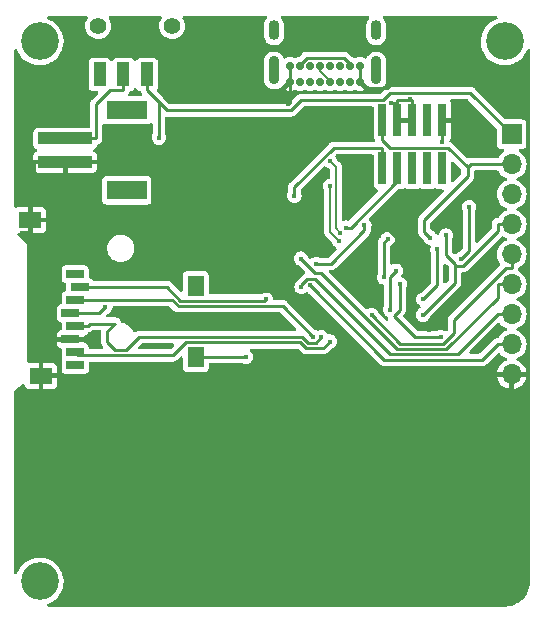
<source format=gbr>
%TF.GenerationSoftware,KiCad,Pcbnew,(6.0.11-0)*%
%TF.CreationDate,2023-08-12T13:13:45-05:00*%
%TF.ProjectId,dropkick,64726f70-6b69-4636-9b2e-6b696361645f,rev?*%
%TF.SameCoordinates,Original*%
%TF.FileFunction,Copper,L2,Bot*%
%TF.FilePolarity,Positive*%
%FSLAX46Y46*%
G04 Gerber Fmt 4.6, Leading zero omitted, Abs format (unit mm)*
G04 Created by KiCad (PCBNEW (6.0.11-0)) date 2023-08-12 13:13:45*
%MOMM*%
%LPD*%
G01*
G04 APERTURE LIST*
%TA.AperFunction,ComponentPad*%
%ADD10R,1.700000X1.700000*%
%TD*%
%TA.AperFunction,ComponentPad*%
%ADD11O,1.700000X1.700000*%
%TD*%
%TA.AperFunction,ComponentPad*%
%ADD12C,3.200000*%
%TD*%
%TA.AperFunction,ComponentPad*%
%ADD13C,0.700000*%
%TD*%
%TA.AperFunction,ComponentPad*%
%ADD14O,0.900000X2.400000*%
%TD*%
%TA.AperFunction,ComponentPad*%
%ADD15O,0.900000X1.700000*%
%TD*%
%TA.AperFunction,SMDPad,CuDef*%
%ADD16R,1.500000X0.700000*%
%TD*%
%TA.AperFunction,SMDPad,CuDef*%
%ADD17R,1.400000X1.800000*%
%TD*%
%TA.AperFunction,SMDPad,CuDef*%
%ADD18R,1.900000X1.400000*%
%TD*%
%TA.AperFunction,SMDPad,CuDef*%
%ADD19R,0.650000X2.760000*%
%TD*%
%TA.AperFunction,SMDPad,CuDef*%
%ADD20R,0.650000X2.750000*%
%TD*%
%TA.AperFunction,SMDPad,CuDef*%
%ADD21R,1.092200X2.006600*%
%TD*%
%TA.AperFunction,ComponentPad*%
%ADD22C,1.397000*%
%TD*%
%TA.AperFunction,SMDPad,CuDef*%
%ADD23R,4.600000X1.000000*%
%TD*%
%TA.AperFunction,SMDPad,CuDef*%
%ADD24R,3.400000X1.600000*%
%TD*%
%TA.AperFunction,ViaPad*%
%ADD25C,0.400000*%
%TD*%
%TA.AperFunction,Conductor*%
%ADD26C,0.250000*%
%TD*%
%TA.AperFunction,Conductor*%
%ADD27C,0.200000*%
%TD*%
G04 APERTURE END LIST*
D10*
%TO.P,J3,1,Pin_1*%
%TO.N,VBAT*%
X106000000Y-54850000D03*
D11*
%TO.P,J3,2,Pin_2*%
%TO.N,+3V3*%
X106000000Y-57390000D03*
%TO.P,J3,3,Pin_3*%
%TO.N,/SCL*%
X106000000Y-59930000D03*
%TO.P,J3,4,Pin_4*%
%TO.N,/SDA*%
X106000000Y-62470000D03*
%TO.P,J3,5,Pin_5*%
%TO.N,/AREF*%
X106000000Y-65010000D03*
%TO.P,J3,6,Pin_6*%
%TO.N,/A0*%
X106000000Y-67550000D03*
%TO.P,J3,7,Pin_7*%
%TO.N,/D0*%
X106000000Y-70090000D03*
%TO.P,J3,8,Pin_8*%
%TO.N,/D1*%
X106000000Y-72630000D03*
%TO.P,J3,9,Pin_9*%
%TO.N,GND*%
X106000000Y-75170000D03*
%TD*%
D12*
%TO.P,H2,P$1*%
%TO.N,N/C*%
X105410000Y-46990000D03*
%TD*%
%TO.P,H1,P$1*%
%TO.N,N/C*%
X66040000Y-46990000D03*
%TD*%
D13*
%TO.P,J1,A1,GND*%
%TO.N,GND*%
X93175000Y-50425000D03*
%TO.P,J1,A4,VBUS*%
%TO.N,VBUS*%
X92325000Y-50425000D03*
%TO.P,J1,A5,CC1*%
%TO.N,Net-(J1-PadA5)*%
X91475000Y-50425000D03*
%TO.P,J1,A6,D+*%
%TO.N,/D+*%
X90625000Y-50425000D03*
%TO.P,J1,A7,D-*%
%TO.N,/D-*%
X89775000Y-50425000D03*
%TO.P,J1,A8,SBU1*%
%TO.N,unconnected-(J1-PadA8)*%
X88925000Y-50425000D03*
%TO.P,J1,A9,VBUS*%
%TO.N,VBUS*%
X88075000Y-50425000D03*
%TO.P,J1,A12,GND*%
%TO.N,GND*%
X87225000Y-50425000D03*
%TO.P,J1,B1,GND*%
X87225000Y-49075000D03*
%TO.P,J1,B4,VBUS*%
%TO.N,VBUS*%
X88075000Y-49075000D03*
%TO.P,J1,B5,CC2*%
%TO.N,Net-(J1-PadB5)*%
X88925000Y-49075000D03*
%TO.P,J1,B6,D+*%
%TO.N,/D+*%
X89775000Y-49075000D03*
%TO.P,J1,B7,D-*%
%TO.N,/D-*%
X90625000Y-49075000D03*
%TO.P,J1,B8,SBU2*%
%TO.N,unconnected-(J1-PadB8)*%
X91475000Y-49075000D03*
%TO.P,J1,B9,VBUS*%
%TO.N,VBUS*%
X92325000Y-49075000D03*
%TO.P,J1,B12,GND*%
%TO.N,GND*%
X93175000Y-49075000D03*
D14*
%TO.P,J1,S1,SHIELD*%
%TO.N,unconnected-(J1-PadS1)*%
X85875000Y-49445000D03*
X94525000Y-49445000D03*
D15*
X85875000Y-46065000D03*
X94525000Y-46065000D03*
%TD*%
D12*
%TO.P,H3,P$1*%
%TO.N,N/C*%
X66040000Y-92710000D03*
%TD*%
D16*
%TO.P,X1,1,DAT2*%
%TO.N,unconnected-(X1-Pad1)*%
X69040000Y-66700000D03*
%TO.P,X1,2,CS*%
%TO.N,/SD_CS*%
X69440000Y-67800000D03*
%TO.P,X1,3,DATA_IN*%
%TO.N,/MOSI*%
X69040000Y-68900000D03*
%TO.P,X1,4,SD_VDD*%
%TO.N,+3V3*%
X68640000Y-70000000D03*
%TO.P,X1,5,SCLK*%
%TO.N,/SCK*%
X69040000Y-71100000D03*
%TO.P,X1,6,GND@3*%
%TO.N,GND*%
X68640000Y-72200000D03*
%TO.P,X1,7,DATA_OUT*%
%TO.N,/MISO*%
X69040000Y-73300000D03*
%TO.P,X1,8,DAT1*%
%TO.N,unconnected-(X1-Pad8)*%
X69040000Y-74400000D03*
D17*
%TO.P,X1,CD1,CARD_DETECT*%
%TO.N,/D7*%
X79240000Y-73700000D03*
%TO.P,X1,CD2,CARD_DETECT1*%
%TO.N,unconnected-(X1-PadCD2)*%
X79240000Y-67700000D03*
D18*
%TO.P,X1,MT1,GND@2*%
%TO.N,GND*%
X66140000Y-75300000D03*
%TO.P,X1,MT2,GND@1*%
X65240000Y-62100000D03*
%TD*%
D19*
%TO.P,J4,1*%
%TO.N,+3V3*%
X95060000Y-53670000D03*
%TO.P,J4,2*%
%TO.N,/SWDIO*%
X95060000Y-57730000D03*
%TO.P,J4,3*%
%TO.N,GND*%
X96330000Y-53670000D03*
D20*
%TO.P,J4,4*%
%TO.N,/SWCLK*%
X96330000Y-57730000D03*
D19*
%TO.P,J4,5*%
%TO.N,GND*%
X97600000Y-53670000D03*
%TO.P,J4,6*%
%TO.N,unconnected-(J4-Pad6)*%
X97600000Y-57730000D03*
%TO.P,J4,7*%
%TO.N,unconnected-(J4-Pad7)*%
X98870000Y-53670000D03*
%TO.P,J4,8*%
%TO.N,unconnected-(J4-Pad8)*%
X98870000Y-57730000D03*
%TO.P,J4,9*%
%TO.N,GND*%
X100140000Y-53670000D03*
%TO.P,J4,10*%
%TO.N,/{slash}RESET*%
X100140000Y-57730000D03*
%TD*%
D21*
%TO.P,SW1,1,1*%
%TO.N,unconnected-(SW1-Pad1)*%
X71120000Y-49784000D03*
%TO.P,SW1,2,2*%
%TO.N,Net-(J2-Pad2)*%
X73120001Y-49784000D03*
%TO.P,SW1,3,3*%
%TO.N,VBAT*%
X75120002Y-49784000D03*
D22*
%TO.P,SW1,4*%
%TO.N,N/C*%
X70994999Y-45683932D03*
%TO.P,SW1,5*%
X77244999Y-45683932D03*
%TD*%
D23*
%TO.P,J2,1,1*%
%TO.N,GND*%
X68200000Y-57200000D03*
%TO.P,J2,2,2*%
%TO.N,Net-(J2-Pad2)*%
X68200000Y-55200000D03*
D24*
%TO.P,J2,NC1*%
%TO.N,N/C*%
X73400000Y-59600000D03*
%TO.P,J2,NC2*%
X73400000Y-52800000D03*
%TD*%
D25*
%TO.N,GND*%
X100140000Y-55473700D03*
X91700000Y-54700000D03*
X99900000Y-74800000D03*
X102800000Y-66700000D03*
X96100000Y-50500000D03*
X65573100Y-57952100D03*
X99000000Y-71400000D03*
X94100000Y-59100000D03*
X102300000Y-56400000D03*
X73000000Y-57000000D03*
X95500000Y-62900000D03*
X67446300Y-72200000D03*
X64538200Y-63203000D03*
X95769131Y-52180248D03*
X80500000Y-63700000D03*
X81500000Y-90600000D03*
X97374500Y-51886600D03*
X81800000Y-67600000D03*
X98455584Y-59844416D03*
X101400000Y-53700000D03*
X87100000Y-52300000D03*
X97500000Y-70200000D03*
X89100000Y-70800000D03*
X96600000Y-64000000D03*
X66140000Y-74186200D03*
%TO.N,/AREF*%
X94156100Y-70155500D03*
%TO.N,+3V3*%
X93528300Y-62560797D03*
X89440800Y-65816500D03*
X71592000Y-69487300D03*
X99100000Y-63600000D03*
%TO.N,VBAT*%
X76115900Y-55137200D03*
%TO.N,/D12*%
X95500000Y-63700000D03*
X95175500Y-66968843D03*
%TO.N,/D11*%
X101700000Y-65400000D03*
X102400000Y-61000000D03*
%TO.N,/D6*%
X100000000Y-72000000D03*
X96518428Y-67523328D03*
%TO.N,/SCL*%
X98509100Y-68824500D03*
X99700001Y-64599999D03*
%TO.N,/SDA*%
X98491577Y-70124374D03*
X100424000Y-63419400D03*
%TO.N,/D1*%
X88925100Y-67649700D03*
%TO.N,/D0*%
X88200100Y-67786200D03*
%TO.N,/MISO*%
X90600000Y-72400000D03*
%TO.N,/MOSI*%
X89190338Y-71990338D03*
%TO.N,/SCK*%
X89883722Y-72038710D03*
%TO.N,/A0*%
X88148400Y-65379000D03*
%TO.N,/SWCLK*%
X91990800Y-62745800D03*
%TO.N,/SWDIO*%
X87600000Y-60044900D03*
%TO.N,/SD_CS*%
X85221600Y-68840300D03*
%TO.N,/D7*%
X83500000Y-73700000D03*
X96200000Y-66400000D03*
X95700000Y-69700000D03*
%TO.N,/D-*%
X90600000Y-59224100D03*
X91400000Y-63900000D03*
%TO.N,/D+*%
X90625000Y-57125000D03*
X91500000Y-63200000D03*
%TD*%
D26*
%TO.N,GND*%
X64538200Y-63203000D02*
X64614300Y-63126900D01*
X67446300Y-72200000D02*
X68640000Y-72200000D01*
X68200000Y-57200000D02*
X65573100Y-57200000D01*
X64614300Y-63126900D02*
X65240000Y-63126900D01*
X96600000Y-64000000D02*
X95500000Y-62900000D01*
X87225000Y-50425000D02*
X87225000Y-52175000D01*
X87225000Y-49075000D02*
X87225000Y-50425000D01*
X93175000Y-50425000D02*
X93720000Y-50970000D01*
X96330000Y-52230000D02*
X96330000Y-51963100D01*
X95430000Y-50970000D02*
X95900000Y-50500000D01*
X93720000Y-50970000D02*
X95430000Y-50970000D01*
X65573100Y-57952100D02*
X65573100Y-57200000D01*
X97600000Y-53670000D02*
X97600000Y-51963100D01*
X65240000Y-62100000D02*
X65240000Y-63126900D01*
X96330000Y-53670000D02*
X96330000Y-52230000D01*
X97374500Y-51886600D02*
X97374500Y-51963100D01*
X95900000Y-50500000D02*
X96100000Y-50500000D01*
X97374500Y-51963100D02*
X97600000Y-51963100D01*
X96330000Y-51963100D02*
X97374500Y-51963100D01*
X96280248Y-52180248D02*
X96330000Y-52230000D01*
X95769131Y-52180248D02*
X96280248Y-52180248D01*
X87225000Y-52175000D02*
X87100000Y-52300000D01*
X100140000Y-53670000D02*
X100140000Y-55473700D01*
X66140000Y-75300000D02*
X66140000Y-74186200D01*
X93175000Y-49075000D02*
X93175000Y-50425000D01*
%TO.N,/AREF*%
X101116200Y-71665000D02*
X100206300Y-72574900D01*
X105512300Y-66186900D02*
X101116200Y-70583000D01*
X96575500Y-72574900D02*
X94156100Y-70155500D01*
X106000000Y-65010000D02*
X106000000Y-66186900D01*
X101116200Y-70583000D02*
X101116200Y-71665000D01*
X106000000Y-66186900D02*
X105512300Y-66186900D01*
X100206300Y-72574900D02*
X96575500Y-72574900D01*
%TO.N,+3V3*%
X93528300Y-62977300D02*
X93528300Y-62560797D01*
X95705500Y-56022400D02*
X100637700Y-56022400D01*
X90689200Y-65816400D02*
X93528300Y-62977300D01*
X95060000Y-55376900D02*
X95705500Y-56022400D01*
X102542900Y-57390000D02*
X104823100Y-57390000D01*
X98600000Y-62100000D02*
X98600000Y-63100000D01*
X106000000Y-57390000D02*
X104823100Y-57390000D01*
X100637700Y-56022400D02*
X102274100Y-57658800D01*
X69716900Y-70000000D02*
X71079300Y-70000000D01*
X102274100Y-57658800D02*
X102274100Y-58425900D01*
X90689200Y-65816400D02*
X89440800Y-65816400D01*
X95060000Y-53670000D02*
X95060000Y-55376900D01*
X98600000Y-63100000D02*
X99100000Y-63600000D01*
X102274100Y-57658800D02*
X102542900Y-57390000D01*
X71079300Y-70000000D02*
X71592000Y-69487300D01*
X89440800Y-65816400D02*
X89440800Y-65816500D01*
X102274100Y-58425900D02*
X98600000Y-62100000D01*
X68640000Y-70000000D02*
X69716900Y-70000000D01*
%TO.N,VBUS*%
X92325000Y-48906200D02*
X91796900Y-48378100D01*
X91796900Y-48378100D02*
X88645100Y-48378100D01*
X88645100Y-48378100D02*
X88075000Y-48948200D01*
X88075000Y-48948200D02*
X88075000Y-49075000D01*
X92325000Y-49075000D02*
X92325000Y-48906200D01*
%TO.N,VBAT*%
X88180567Y-51961189D02*
X87317256Y-52824500D01*
X106000000Y-54850000D02*
X102509700Y-51359700D01*
X76830300Y-52824500D02*
X76115900Y-52110100D01*
X102509700Y-51359700D02*
X95675990Y-51359700D01*
X95675990Y-51359700D02*
X95074501Y-51961189D01*
X87317256Y-52824500D02*
X76830300Y-52824500D01*
X76115900Y-52110100D02*
X76115900Y-55137200D01*
X75120000Y-51114200D02*
X76115900Y-52110100D01*
X75120000Y-49784000D02*
X75120000Y-51114200D01*
X95074501Y-51961189D02*
X88180567Y-51961189D01*
%TO.N,/D12*%
X95200000Y-64000000D02*
X95200000Y-66800000D01*
X95200000Y-66800000D02*
X95200000Y-66944343D01*
X95500000Y-63700000D02*
X95200000Y-64000000D01*
X95200000Y-66944343D02*
X95175500Y-66968843D01*
%TO.N,/D11*%
X102400000Y-64700000D02*
X102400000Y-61000000D01*
X101700000Y-65400000D02*
X102400000Y-64700000D01*
%TO.N,/D6*%
X97800000Y-72000000D02*
X96025611Y-70225611D01*
X100000000Y-72000000D02*
X97800000Y-72000000D01*
X96518428Y-69732794D02*
X96518428Y-67523328D01*
X96025611Y-70225611D02*
X96518428Y-69732794D01*
%TO.N,/SCL*%
X98509100Y-68824500D02*
X99700001Y-67633599D01*
X99700001Y-67633599D02*
X99700001Y-64599999D01*
%TO.N,/SDA*%
X100424500Y-63419364D02*
X100424500Y-65069491D01*
X101213500Y-65858600D02*
X100664000Y-65309100D01*
X101915000Y-65979100D02*
X101213500Y-65979100D01*
X101213500Y-65979100D02*
X101213500Y-65858600D01*
X106000000Y-62470000D02*
X104823100Y-62470000D01*
X104823100Y-63071000D02*
X101915000Y-65979100D01*
X101213500Y-65979100D02*
X101213500Y-67402451D01*
X104823100Y-62470000D02*
X104823100Y-63071000D01*
X101213500Y-67402451D02*
X98491577Y-70124374D01*
X100424500Y-65069491D02*
X100664147Y-65309138D01*
%TO.N,/D1*%
X88925100Y-67649700D02*
X95215200Y-73939800D01*
X103513300Y-73939800D02*
X104823100Y-72630000D01*
X95215200Y-73939800D02*
X103513300Y-73939800D01*
X106000000Y-72630000D02*
X104823100Y-72630000D01*
%TO.N,/D0*%
X101434400Y-73478700D02*
X95720300Y-73478700D01*
X95720300Y-73478700D02*
X89364400Y-67122800D01*
X89364400Y-67122800D02*
X88706900Y-67122800D01*
X106000000Y-70090000D02*
X104823100Y-70090000D01*
X88200100Y-67629600D02*
X88200100Y-67786200D01*
X104823100Y-70090000D02*
X101434400Y-73478700D01*
X88706900Y-67122800D02*
X88200100Y-67629600D01*
%TO.N,/MISO*%
X69040000Y-73300000D02*
X69314502Y-73574502D01*
X88106152Y-72473100D02*
X88597394Y-72964340D01*
X90035660Y-72964340D02*
X90600000Y-72400000D01*
X77303198Y-73574502D02*
X78404600Y-72473100D01*
X88597394Y-72964340D02*
X90035660Y-72964340D01*
X78404600Y-72473100D02*
X88106152Y-72473100D01*
X69314502Y-73574502D02*
X77303198Y-73574502D01*
%TO.N,/MOSI*%
X77278300Y-68900000D02*
X77791400Y-69413100D01*
X69040000Y-68900000D02*
X77278300Y-68900000D01*
X86613100Y-69413100D02*
X89190338Y-71990338D01*
X77791400Y-69413100D02*
X86613100Y-69413100D01*
%TO.N,/SCK*%
X72434009Y-73125001D02*
X73365991Y-73125001D01*
X70116900Y-71100000D02*
X70335700Y-70881200D01*
X72427808Y-70881200D02*
X71774999Y-71534009D01*
X73365991Y-73125001D02*
X74478986Y-72012006D01*
X88783583Y-72514839D02*
X89407593Y-72514839D01*
X74478986Y-72012006D02*
X88280748Y-72012006D01*
X71774999Y-71534009D02*
X71774999Y-72465991D01*
X69040000Y-71100000D02*
X70116900Y-71100000D01*
X89407593Y-72514839D02*
X89883722Y-72038710D01*
X70335700Y-70881200D02*
X72427808Y-70881200D01*
X71774999Y-72465991D02*
X72434009Y-73125001D01*
X88280748Y-72012006D02*
X88783583Y-72514839D01*
%TO.N,/A0*%
X100473100Y-73026800D02*
X96282000Y-73026800D01*
X104823100Y-67550000D02*
X104823100Y-68676800D01*
X89849800Y-66594600D02*
X89364000Y-66594600D01*
X89364000Y-66594600D02*
X88148400Y-65379000D01*
X106000000Y-67550000D02*
X104823100Y-67550000D01*
X96282000Y-73026800D02*
X89849800Y-66594600D01*
X104823100Y-68676800D02*
X100473100Y-73026800D01*
%TO.N,/SWCLK*%
X96330000Y-58780000D02*
X92364200Y-62745800D01*
X92364200Y-62745800D02*
X91990800Y-62745800D01*
X96330000Y-57730000D02*
X96330000Y-58780000D01*
%TO.N,/SWDIO*%
X95060000Y-56023100D02*
X90921000Y-56023100D01*
X95060000Y-57730000D02*
X95060000Y-56023100D01*
X90921000Y-56023100D02*
X87600000Y-59344100D01*
X87600000Y-59344100D02*
X87600000Y-60044900D01*
%TO.N,/SD_CS*%
X77944300Y-68926900D02*
X85135000Y-68926900D01*
X76817400Y-67800000D02*
X77944300Y-68926900D01*
X69440000Y-67800000D02*
X76817400Y-67800000D01*
X85135000Y-68926900D02*
X85221600Y-68840300D01*
%TO.N,/D7*%
X96200000Y-66400000D02*
X95700000Y-66900000D01*
X95700000Y-66900000D02*
X95700000Y-69700000D01*
X83500000Y-73700000D02*
X79240000Y-73700000D01*
D27*
%TO.N,/D-*%
X90600000Y-62600000D02*
X90600000Y-59224052D01*
X91400000Y-63900000D02*
X90600000Y-63100000D01*
X90600000Y-63100000D02*
X90600000Y-62600000D01*
%TO.N,/D+*%
X89775000Y-49505761D02*
X90625000Y-50355761D01*
X91100000Y-57600000D02*
X91100000Y-62800000D01*
X90625000Y-57125000D02*
X91100000Y-57600000D01*
X89775000Y-49075000D02*
X89775000Y-49505761D01*
X90625000Y-50355761D02*
X90625000Y-50425000D01*
X91100000Y-62800000D02*
X91500000Y-63200000D01*
D26*
%TO.N,Net-(J2-Pad2)*%
X68200000Y-55200000D02*
X70826900Y-55200000D01*
X73120000Y-49784000D02*
X73120000Y-51114200D01*
X70826900Y-52293700D02*
X72006400Y-51114200D01*
X70826900Y-55200000D02*
X70826900Y-52293700D01*
X72006400Y-51114200D02*
X73120000Y-51114200D01*
%TD*%
%TA.AperFunction,Conductor*%
%TO.N,GND*%
G36*
X70060836Y-44870502D02*
G01*
X70107329Y-44924158D01*
X70117433Y-44994432D01*
X70091665Y-45054506D01*
X70069352Y-45082810D01*
X70066663Y-45087921D01*
X70066661Y-45087924D01*
X70040768Y-45137139D01*
X69975306Y-45261561D01*
X69915410Y-45454458D01*
X69891669Y-45655040D01*
X69904879Y-45856590D01*
X69906300Y-45862186D01*
X69906301Y-45862191D01*
X69953177Y-46046762D01*
X69954598Y-46052357D01*
X70039160Y-46235786D01*
X70155733Y-46400733D01*
X70300413Y-46541674D01*
X70305209Y-46544879D01*
X70305212Y-46544881D01*
X70438877Y-46634193D01*
X70468355Y-46653889D01*
X70473664Y-46656170D01*
X70473666Y-46656171D01*
X70648624Y-46731340D01*
X70648628Y-46731341D01*
X70653934Y-46733621D01*
X70850936Y-46778198D01*
X70856705Y-46778425D01*
X70856708Y-46778425D01*
X70933127Y-46781427D01*
X71052763Y-46786127D01*
X71154685Y-46771349D01*
X71246933Y-46757974D01*
X71246937Y-46757973D01*
X71252655Y-46757144D01*
X71258127Y-46755286D01*
X71258129Y-46755286D01*
X71438453Y-46694074D01*
X71438455Y-46694073D01*
X71443917Y-46692219D01*
X71620146Y-46593527D01*
X71665845Y-46555519D01*
X71771005Y-46468058D01*
X71775438Y-46464371D01*
X71904594Y-46309079D01*
X72003286Y-46132850D01*
X72068211Y-45941588D01*
X72097194Y-45741696D01*
X72098707Y-45683932D01*
X72080225Y-45482797D01*
X72077977Y-45474824D01*
X72026968Y-45293962D01*
X72025399Y-45288398D01*
X71936065Y-45107246D01*
X71903080Y-45063073D01*
X71894728Y-45051889D01*
X71869996Y-44985339D01*
X71885170Y-44915983D01*
X71935432Y-44865841D01*
X71995686Y-44850500D01*
X76242715Y-44850500D01*
X76310836Y-44870502D01*
X76357329Y-44924158D01*
X76367433Y-44994432D01*
X76341665Y-45054506D01*
X76319352Y-45082810D01*
X76316663Y-45087921D01*
X76316661Y-45087924D01*
X76290768Y-45137139D01*
X76225306Y-45261561D01*
X76165410Y-45454458D01*
X76141669Y-45655040D01*
X76154879Y-45856590D01*
X76156300Y-45862186D01*
X76156301Y-45862191D01*
X76203177Y-46046762D01*
X76204598Y-46052357D01*
X76289160Y-46235786D01*
X76405733Y-46400733D01*
X76550413Y-46541674D01*
X76555209Y-46544879D01*
X76555212Y-46544881D01*
X76688877Y-46634193D01*
X76718355Y-46653889D01*
X76723664Y-46656170D01*
X76723666Y-46656171D01*
X76898624Y-46731340D01*
X76898628Y-46731341D01*
X76903934Y-46733621D01*
X77100936Y-46778198D01*
X77106705Y-46778425D01*
X77106708Y-46778425D01*
X77183127Y-46781427D01*
X77302763Y-46786127D01*
X77404685Y-46771349D01*
X77496933Y-46757974D01*
X77496937Y-46757973D01*
X77502655Y-46757144D01*
X77508127Y-46755286D01*
X77508129Y-46755286D01*
X77688453Y-46694074D01*
X77688455Y-46694073D01*
X77693917Y-46692219D01*
X77870146Y-46593527D01*
X77915845Y-46555519D01*
X78021005Y-46468058D01*
X78025438Y-46464371D01*
X78154594Y-46309079D01*
X78253286Y-46132850D01*
X78318211Y-45941588D01*
X78347194Y-45741696D01*
X78348707Y-45683932D01*
X78330225Y-45482797D01*
X78327977Y-45474824D01*
X78276968Y-45293962D01*
X78275399Y-45288398D01*
X78186065Y-45107246D01*
X78153080Y-45063073D01*
X78144728Y-45051889D01*
X78119996Y-44985339D01*
X78135170Y-44915983D01*
X78185432Y-44865841D01*
X78245686Y-44850500D01*
X85176832Y-44850500D01*
X85244953Y-44870502D01*
X85291446Y-44924158D01*
X85301550Y-44994432D01*
X85272056Y-45059012D01*
X85265345Y-45065641D01*
X85265379Y-45065673D01*
X85260674Y-45070614D01*
X85255460Y-45075020D01*
X85251313Y-45080444D01*
X85251312Y-45080445D01*
X85147367Y-45216399D01*
X85147364Y-45216403D01*
X85143223Y-45221820D01*
X85140341Y-45228000D01*
X85140340Y-45228002D01*
X85109583Y-45293962D01*
X85065127Y-45389297D01*
X85063642Y-45395942D01*
X85063640Y-45395947D01*
X85042941Y-45488554D01*
X85024817Y-45569637D01*
X85024500Y-45575307D01*
X85024500Y-46511164D01*
X85039442Y-46648709D01*
X85098383Y-46823848D01*
X85193557Y-46982244D01*
X85198248Y-46987204D01*
X85198249Y-46987206D01*
X85230698Y-47021519D01*
X85320524Y-47116507D01*
X85473360Y-47220375D01*
X85479694Y-47222908D01*
X85479697Y-47222910D01*
X85638598Y-47286466D01*
X85638603Y-47286467D01*
X85644935Y-47289000D01*
X85736689Y-47304190D01*
X85820506Y-47318066D01*
X85820510Y-47318066D01*
X85827244Y-47319181D01*
X85834061Y-47318824D01*
X85834065Y-47318824D01*
X85989111Y-47310698D01*
X86011781Y-47309510D01*
X86018354Y-47307699D01*
X86018357Y-47307699D01*
X86183354Y-47262251D01*
X86189936Y-47260438D01*
X86353398Y-47174254D01*
X86494540Y-47054980D01*
X86544221Y-46990000D01*
X86602633Y-46913601D01*
X86602636Y-46913597D01*
X86606777Y-46908180D01*
X86649119Y-46817378D01*
X86681993Y-46746880D01*
X86681994Y-46746877D01*
X86684873Y-46740703D01*
X86686358Y-46734058D01*
X86686360Y-46734053D01*
X86724057Y-46565400D01*
X86725183Y-46560363D01*
X86725500Y-46554693D01*
X86725500Y-45618836D01*
X86710558Y-45481291D01*
X86651617Y-45306152D01*
X86556443Y-45147756D01*
X86518135Y-45107246D01*
X86476362Y-45063073D01*
X86444090Y-44999835D01*
X86451130Y-44929189D01*
X86495247Y-44873563D01*
X86567910Y-44850500D01*
X93826832Y-44850500D01*
X93894953Y-44870502D01*
X93941446Y-44924158D01*
X93951550Y-44994432D01*
X93922056Y-45059012D01*
X93915345Y-45065641D01*
X93915379Y-45065673D01*
X93910674Y-45070614D01*
X93905460Y-45075020D01*
X93901313Y-45080444D01*
X93901312Y-45080445D01*
X93797367Y-45216399D01*
X93797364Y-45216403D01*
X93793223Y-45221820D01*
X93790341Y-45228000D01*
X93790340Y-45228002D01*
X93759583Y-45293962D01*
X93715127Y-45389297D01*
X93713642Y-45395942D01*
X93713640Y-45395947D01*
X93692941Y-45488554D01*
X93674817Y-45569637D01*
X93674500Y-45575307D01*
X93674500Y-46511164D01*
X93689442Y-46648709D01*
X93748383Y-46823848D01*
X93843557Y-46982244D01*
X93848248Y-46987204D01*
X93848249Y-46987206D01*
X93880698Y-47021519D01*
X93970524Y-47116507D01*
X94123360Y-47220375D01*
X94129694Y-47222908D01*
X94129697Y-47222910D01*
X94288598Y-47286466D01*
X94288603Y-47286467D01*
X94294935Y-47289000D01*
X94386689Y-47304190D01*
X94470506Y-47318066D01*
X94470510Y-47318066D01*
X94477244Y-47319181D01*
X94484061Y-47318824D01*
X94484065Y-47318824D01*
X94639111Y-47310698D01*
X94661781Y-47309510D01*
X94668354Y-47307699D01*
X94668357Y-47307699D01*
X94833354Y-47262251D01*
X94839936Y-47260438D01*
X95003398Y-47174254D01*
X95144540Y-47054980D01*
X95194221Y-46990000D01*
X95252633Y-46913601D01*
X95252636Y-46913597D01*
X95256777Y-46908180D01*
X95299119Y-46817378D01*
X95331993Y-46746880D01*
X95331994Y-46746877D01*
X95334873Y-46740703D01*
X95336358Y-46734058D01*
X95336360Y-46734053D01*
X95374057Y-46565400D01*
X95375183Y-46560363D01*
X95375500Y-46554693D01*
X95375500Y-45618836D01*
X95360558Y-45481291D01*
X95301617Y-45306152D01*
X95206443Y-45147756D01*
X95168135Y-45107246D01*
X95126362Y-45063073D01*
X95094090Y-44999835D01*
X95101130Y-44929189D01*
X95145247Y-44873563D01*
X95217910Y-44850500D01*
X104680658Y-44850500D01*
X104748779Y-44870502D01*
X104795272Y-44924158D01*
X104805376Y-44994432D01*
X104775882Y-45059012D01*
X104724221Y-45094579D01*
X104720487Y-45095580D01*
X104596046Y-45153608D01*
X104406981Y-45241770D01*
X104406978Y-45241772D01*
X104402000Y-45244093D01*
X104114140Y-45445654D01*
X103865654Y-45694140D01*
X103664093Y-45982000D01*
X103661772Y-45986978D01*
X103661770Y-45986981D01*
X103543551Y-46240502D01*
X103515580Y-46300487D01*
X103514158Y-46305795D01*
X103514157Y-46305797D01*
X103444597Y-46565400D01*
X103424628Y-46639925D01*
X103394000Y-46990000D01*
X103424628Y-47340075D01*
X103426052Y-47345388D01*
X103426052Y-47345390D01*
X103509838Y-47658082D01*
X103515580Y-47679513D01*
X103517902Y-47684494D01*
X103517903Y-47684495D01*
X103660435Y-47990155D01*
X103664093Y-47998000D01*
X103865654Y-48285860D01*
X104114140Y-48534346D01*
X104402000Y-48735907D01*
X104406978Y-48738228D01*
X104406981Y-48738230D01*
X104441094Y-48754137D01*
X104720487Y-48884420D01*
X104725795Y-48885842D01*
X104725797Y-48885843D01*
X105054610Y-48973948D01*
X105054612Y-48973948D01*
X105059925Y-48975372D01*
X105410000Y-49006000D01*
X105760075Y-48975372D01*
X105765388Y-48973948D01*
X105765390Y-48973948D01*
X106094203Y-48885843D01*
X106094205Y-48885842D01*
X106099513Y-48884420D01*
X106378906Y-48754137D01*
X106413019Y-48738230D01*
X106413022Y-48738228D01*
X106418000Y-48735907D01*
X106705860Y-48534346D01*
X106954346Y-48285860D01*
X107155907Y-47998000D01*
X107163107Y-47982561D01*
X107224859Y-47850133D01*
X107304420Y-47679513D01*
X107305408Y-47675827D01*
X107347194Y-47619075D01*
X107413516Y-47593738D01*
X107483007Y-47608279D01*
X107533606Y-47658082D01*
X107549500Y-47719342D01*
X107549500Y-92668564D01*
X107547949Y-92688274D01*
X107544508Y-92710000D01*
X107546059Y-92719792D01*
X107546059Y-92723235D01*
X107547118Y-92746343D01*
X107531736Y-92981019D01*
X107529585Y-92997359D01*
X107478209Y-93255645D01*
X107473945Y-93271558D01*
X107389295Y-93520930D01*
X107382988Y-93536156D01*
X107266514Y-93772342D01*
X107258273Y-93786616D01*
X107111966Y-94005580D01*
X107101933Y-94018655D01*
X106928294Y-94216653D01*
X106916653Y-94228294D01*
X106861223Y-94276905D01*
X106718655Y-94401933D01*
X106705580Y-94411966D01*
X106486616Y-94558273D01*
X106472342Y-94566514D01*
X106236156Y-94682988D01*
X106220932Y-94689294D01*
X105971558Y-94773945D01*
X105955648Y-94778208D01*
X105883678Y-94792524D01*
X105697359Y-94829585D01*
X105681019Y-94831736D01*
X105446343Y-94847118D01*
X105423235Y-94846059D01*
X105419792Y-94846059D01*
X105410000Y-94844508D01*
X105400207Y-94846059D01*
X105388274Y-94847949D01*
X105368564Y-94849500D01*
X66769342Y-94849500D01*
X66701221Y-94829498D01*
X66654728Y-94775842D01*
X66644624Y-94705568D01*
X66674118Y-94640988D01*
X66725779Y-94605421D01*
X66729513Y-94604420D01*
X66915563Y-94517663D01*
X67043019Y-94458230D01*
X67043022Y-94458228D01*
X67048000Y-94455907D01*
X67335860Y-94254346D01*
X67584346Y-94005860D01*
X67785907Y-93718000D01*
X67802361Y-93682716D01*
X67932097Y-93404495D01*
X67932098Y-93404494D01*
X67934420Y-93399513D01*
X67970800Y-93263743D01*
X68023948Y-93065390D01*
X68023948Y-93065388D01*
X68025372Y-93060075D01*
X68056000Y-92710000D01*
X68025372Y-92359925D01*
X67950614Y-92080925D01*
X67935843Y-92025797D01*
X67935842Y-92025795D01*
X67934420Y-92020487D01*
X67932097Y-92015505D01*
X67788230Y-91706981D01*
X67788228Y-91706978D01*
X67785907Y-91702000D01*
X67584346Y-91414140D01*
X67335860Y-91165654D01*
X67048000Y-90964093D01*
X67043022Y-90961772D01*
X67043019Y-90961770D01*
X66734495Y-90817903D01*
X66734494Y-90817902D01*
X66729513Y-90815580D01*
X66724205Y-90814158D01*
X66724203Y-90814157D01*
X66395390Y-90726052D01*
X66395388Y-90726052D01*
X66390075Y-90724628D01*
X66040000Y-90694000D01*
X65689925Y-90724628D01*
X65684612Y-90726052D01*
X65684610Y-90726052D01*
X65355797Y-90814157D01*
X65355795Y-90814158D01*
X65350487Y-90815580D01*
X65345506Y-90817902D01*
X65345505Y-90817903D01*
X65036981Y-90961770D01*
X65036978Y-90961772D01*
X65032000Y-90964093D01*
X64744140Y-91165654D01*
X64495654Y-91414140D01*
X64294093Y-91702000D01*
X64145580Y-92020487D01*
X64144592Y-92024173D01*
X64102806Y-92080925D01*
X64036484Y-92106262D01*
X63966993Y-92091721D01*
X63916394Y-92041918D01*
X63900500Y-91980658D01*
X63900500Y-76568107D01*
X63920502Y-76499986D01*
X63952390Y-76466206D01*
X64598848Y-75996055D01*
X64665705Y-75972165D01*
X64734864Y-75988212D01*
X64784368Y-76039103D01*
X64797407Y-76078246D01*
X64803284Y-76115351D01*
X64809338Y-76133986D01*
X64857859Y-76229213D01*
X64869370Y-76245056D01*
X64944944Y-76320630D01*
X64960787Y-76332141D01*
X65056018Y-76380664D01*
X65074645Y-76386716D01*
X65153627Y-76399225D01*
X65163473Y-76400000D01*
X65921885Y-76400000D01*
X65937124Y-76395525D01*
X65938329Y-76394135D01*
X65940000Y-76386452D01*
X65940000Y-76381884D01*
X66340000Y-76381884D01*
X66344475Y-76397123D01*
X66345865Y-76398328D01*
X66353548Y-76399999D01*
X67116525Y-76399999D01*
X67126374Y-76399224D01*
X67205351Y-76386717D01*
X67223986Y-76380662D01*
X67319213Y-76332141D01*
X67335056Y-76320630D01*
X67410630Y-76245056D01*
X67422141Y-76229213D01*
X67470664Y-76133982D01*
X67476716Y-76115355D01*
X67489225Y-76036373D01*
X67490000Y-76026527D01*
X67490000Y-75518115D01*
X67485525Y-75502876D01*
X67484135Y-75501671D01*
X67476452Y-75500000D01*
X66358115Y-75500000D01*
X66342876Y-75504475D01*
X66341671Y-75505865D01*
X66340000Y-75513548D01*
X66340000Y-76381884D01*
X65940000Y-76381884D01*
X65940000Y-75385288D01*
X104764316Y-75385288D01*
X104765712Y-75393202D01*
X104819474Y-75593848D01*
X104823220Y-75604140D01*
X104911007Y-75792400D01*
X104916490Y-75801896D01*
X105035628Y-75972043D01*
X105042684Y-75980451D01*
X105189549Y-76127316D01*
X105197957Y-76134372D01*
X105368104Y-76253510D01*
X105377599Y-76258993D01*
X105565860Y-76346780D01*
X105576152Y-76350526D01*
X105776798Y-76404288D01*
X105783280Y-76405431D01*
X105796902Y-76402693D01*
X105800000Y-76390944D01*
X105800000Y-76389162D01*
X106200000Y-76389162D01*
X106204295Y-76403790D01*
X106215288Y-76405684D01*
X106223202Y-76404288D01*
X106423848Y-76350526D01*
X106434140Y-76346780D01*
X106622401Y-76258993D01*
X106631896Y-76253510D01*
X106802043Y-76134372D01*
X106810451Y-76127316D01*
X106957316Y-75980451D01*
X106964372Y-75972043D01*
X107083510Y-75801896D01*
X107088993Y-75792400D01*
X107176780Y-75604140D01*
X107180526Y-75593848D01*
X107234288Y-75393202D01*
X107235431Y-75386720D01*
X107232693Y-75373098D01*
X107220944Y-75370000D01*
X106218115Y-75370000D01*
X106202876Y-75374475D01*
X106201671Y-75375865D01*
X106200000Y-75383548D01*
X106200000Y-76389162D01*
X105800000Y-76389162D01*
X105800000Y-75388115D01*
X105795525Y-75372876D01*
X105794135Y-75371671D01*
X105786452Y-75370000D01*
X104780838Y-75370000D01*
X104766210Y-75374295D01*
X104764316Y-75385288D01*
X65940000Y-75385288D01*
X65940000Y-75081885D01*
X66340000Y-75081885D01*
X66344475Y-75097124D01*
X66345865Y-75098329D01*
X66353548Y-75100000D01*
X67471884Y-75100000D01*
X67487123Y-75095525D01*
X67488328Y-75094135D01*
X67489999Y-75086452D01*
X67489999Y-74573475D01*
X67489224Y-74563626D01*
X67476717Y-74484649D01*
X67470662Y-74466014D01*
X67422141Y-74370787D01*
X67410630Y-74354944D01*
X67335056Y-74279370D01*
X67319213Y-74267859D01*
X67223982Y-74219336D01*
X67205355Y-74213284D01*
X67126373Y-74200775D01*
X67116527Y-74200000D01*
X66358115Y-74200000D01*
X66342876Y-74204475D01*
X66341671Y-74205865D01*
X66340000Y-74213548D01*
X66340000Y-75081885D01*
X65940000Y-75081885D01*
X65940000Y-74218116D01*
X65935525Y-74202877D01*
X65934135Y-74201672D01*
X65926452Y-74200001D01*
X65163475Y-74200001D01*
X65153634Y-74200775D01*
X65146212Y-74201951D01*
X65075801Y-74192852D01*
X65021486Y-74147130D01*
X65000500Y-74077502D01*
X65000500Y-69618481D01*
X67489500Y-69618481D01*
X67489501Y-70381518D01*
X67490276Y-70386411D01*
X67490276Y-70386412D01*
X67502725Y-70465016D01*
X67504354Y-70475304D01*
X67561950Y-70588342D01*
X67651658Y-70678050D01*
X67764696Y-70735646D01*
X67774489Y-70737197D01*
X67783208Y-70738578D01*
X67847361Y-70768988D01*
X67884890Y-70829256D01*
X67889500Y-70863027D01*
X67889501Y-71115031D01*
X67889501Y-71337479D01*
X67869499Y-71405600D01*
X67815844Y-71452093D01*
X67783208Y-71461928D01*
X67774650Y-71463283D01*
X67756014Y-71469338D01*
X67660787Y-71517859D01*
X67644944Y-71529370D01*
X67569370Y-71604944D01*
X67557859Y-71620787D01*
X67509336Y-71716018D01*
X67503284Y-71734645D01*
X67490775Y-71813627D01*
X67490000Y-71823473D01*
X67490000Y-71981885D01*
X67494475Y-71997124D01*
X67495865Y-71998329D01*
X67503548Y-72000000D01*
X69771884Y-72000000D01*
X69787123Y-71995525D01*
X69788328Y-71994135D01*
X69789999Y-71986452D01*
X69789999Y-71963106D01*
X69810001Y-71894985D01*
X69863657Y-71848492D01*
X69896292Y-71838657D01*
X69905505Y-71837198D01*
X69905506Y-71837198D01*
X69915304Y-71835646D01*
X69931027Y-71827635D01*
X69949708Y-71818116D01*
X70028342Y-71778050D01*
X70118050Y-71688342D01*
X70122550Y-71679510D01*
X70128383Y-71671482D01*
X70130839Y-71673266D01*
X70168503Y-71633393D01*
X70203239Y-71619545D01*
X70207005Y-71618662D01*
X70218671Y-71616500D01*
X70251036Y-71612067D01*
X70251038Y-71612066D01*
X70259546Y-71610901D01*
X70267427Y-71607490D01*
X70267429Y-71607490D01*
X70272247Y-71605405D01*
X70293510Y-71598373D01*
X70298629Y-71597172D01*
X70298631Y-71597171D01*
X70306993Y-71595210D01*
X70343175Y-71575319D01*
X70353805Y-71570112D01*
X70391683Y-71553720D01*
X70398359Y-71548314D01*
X70398361Y-71548313D01*
X70402442Y-71545008D01*
X70421026Y-71532520D01*
X70433163Y-71525847D01*
X70440905Y-71519164D01*
X70464109Y-71495960D01*
X70473910Y-71487134D01*
X70489512Y-71474500D01*
X70503575Y-71463112D01*
X70508552Y-71456108D01*
X70514430Y-71449849D01*
X70516290Y-71451596D01*
X70561758Y-71415770D01*
X70608698Y-71406700D01*
X71120015Y-71406700D01*
X71188136Y-71426702D01*
X71234629Y-71480358D01*
X71243320Y-71533610D01*
X71245448Y-71533543D01*
X71245718Y-71542130D01*
X71244820Y-71550671D01*
X71246252Y-71559137D01*
X71246252Y-71559140D01*
X71247735Y-71567907D01*
X71249499Y-71588919D01*
X71249499Y-72451556D01*
X71249388Y-72456832D01*
X71246912Y-72515910D01*
X71254791Y-72549501D01*
X71256336Y-72556088D01*
X71258499Y-72567761D01*
X71264098Y-72608637D01*
X71267509Y-72616518D01*
X71267509Y-72616520D01*
X71269594Y-72621338D01*
X71276626Y-72642601D01*
X71277827Y-72647720D01*
X71279789Y-72656084D01*
X71299680Y-72692266D01*
X71304887Y-72702896D01*
X71321279Y-72740774D01*
X71326685Y-72747450D01*
X71326686Y-72747452D01*
X71329991Y-72751533D01*
X71342479Y-72770117D01*
X71349152Y-72782254D01*
X71355835Y-72789996D01*
X71379039Y-72813200D01*
X71387864Y-72823000D01*
X71392141Y-72828282D01*
X71404633Y-72843708D01*
X71431958Y-72909236D01*
X71419518Y-72979134D01*
X71371263Y-73031211D01*
X71306712Y-73049002D01*
X70316499Y-73049002D01*
X70248378Y-73029000D01*
X70201885Y-72975344D01*
X70191653Y-72928307D01*
X70190887Y-72928367D01*
X70190499Y-72923436D01*
X70190499Y-72918482D01*
X70182650Y-72868921D01*
X70177198Y-72834494D01*
X70177197Y-72834492D01*
X70175646Y-72824696D01*
X70169789Y-72813200D01*
X70152471Y-72779213D01*
X70118050Y-72711658D01*
X70028342Y-72621950D01*
X69915304Y-72564354D01*
X69905511Y-72562803D01*
X69905508Y-72562802D01*
X69896287Y-72561341D01*
X69832135Y-72530928D01*
X69794609Y-72470659D01*
X69790000Y-72436893D01*
X69790000Y-72418115D01*
X69785525Y-72402876D01*
X69784135Y-72401671D01*
X69776452Y-72400000D01*
X67508116Y-72400000D01*
X67492877Y-72404475D01*
X67491672Y-72405865D01*
X67490001Y-72413548D01*
X67490001Y-72576525D01*
X67490776Y-72586374D01*
X67503283Y-72665351D01*
X67509338Y-72683986D01*
X67557859Y-72779213D01*
X67569370Y-72795056D01*
X67644944Y-72870630D01*
X67660787Y-72882141D01*
X67756018Y-72930664D01*
X67774649Y-72936717D01*
X67783213Y-72938074D01*
X67847366Y-72968487D01*
X67884891Y-73028756D01*
X67889500Y-73062522D01*
X67889501Y-73373052D01*
X67889501Y-73681518D01*
X67890276Y-73686411D01*
X67890276Y-73686412D01*
X67894637Y-73713945D01*
X67904354Y-73775304D01*
X67908857Y-73784141D01*
X67908858Y-73784145D01*
X67913267Y-73792798D01*
X67926371Y-73862575D01*
X67913267Y-73907202D01*
X67909426Y-73914741D01*
X67904354Y-73924696D01*
X67889500Y-74018481D01*
X67889501Y-74781518D01*
X67890276Y-74786409D01*
X67890276Y-74786412D01*
X67899611Y-74845353D01*
X67904354Y-74875304D01*
X67961950Y-74988342D01*
X68051658Y-75078050D01*
X68164696Y-75135646D01*
X68174485Y-75137196D01*
X68174487Y-75137197D01*
X68201849Y-75141530D01*
X68258481Y-75150500D01*
X69039842Y-75150500D01*
X69821518Y-75150499D01*
X69826412Y-75149724D01*
X69905506Y-75137198D01*
X69905508Y-75137197D01*
X69915304Y-75135646D01*
X70028342Y-75078050D01*
X70118050Y-74988342D01*
X70175646Y-74875304D01*
X70190500Y-74781519D01*
X70190499Y-74226001D01*
X70210501Y-74157881D01*
X70264157Y-74111388D01*
X70316499Y-74100002D01*
X77288763Y-74100002D01*
X77294040Y-74100113D01*
X77353117Y-74102589D01*
X77393303Y-74093164D01*
X77404969Y-74091002D01*
X77437334Y-74086569D01*
X77437336Y-74086568D01*
X77445844Y-74085403D01*
X77453725Y-74081992D01*
X77453727Y-74081992D01*
X77458545Y-74079907D01*
X77479808Y-74072875D01*
X77484927Y-74071674D01*
X77484929Y-74071673D01*
X77493291Y-74069712D01*
X77529473Y-74049821D01*
X77540103Y-74044614D01*
X77577981Y-74028222D01*
X77584657Y-74022816D01*
X77584659Y-74022815D01*
X77588740Y-74019510D01*
X77607324Y-74007022D01*
X77619461Y-74000349D01*
X77627203Y-73993666D01*
X77650407Y-73970462D01*
X77660208Y-73961636D01*
X77683197Y-73943020D01*
X77689873Y-73937614D01*
X77700004Y-73923358D01*
X77713611Y-73907258D01*
X77924405Y-73696464D01*
X77986717Y-73662438D01*
X78057532Y-73667503D01*
X78114368Y-73710050D01*
X78139179Y-73776570D01*
X78139500Y-73785559D01*
X78139501Y-74212684D01*
X78139501Y-74631518D01*
X78154354Y-74725304D01*
X78158855Y-74734137D01*
X78158857Y-74734142D01*
X78164977Y-74746152D01*
X78211950Y-74838342D01*
X78301658Y-74928050D01*
X78414696Y-74985646D01*
X78424485Y-74987196D01*
X78424487Y-74987197D01*
X78451849Y-74991530D01*
X78508481Y-75000500D01*
X79239852Y-75000500D01*
X79971518Y-75000499D01*
X79976412Y-74999724D01*
X80055506Y-74987198D01*
X80055508Y-74987197D01*
X80065304Y-74985646D01*
X80077349Y-74979509D01*
X80126015Y-74954712D01*
X80178342Y-74928050D01*
X80268050Y-74838342D01*
X80325646Y-74725304D01*
X80340500Y-74631519D01*
X80340500Y-74351500D01*
X80360502Y-74283379D01*
X80414158Y-74236886D01*
X80466500Y-74225500D01*
X83174423Y-74225500D01*
X83222640Y-74235091D01*
X83343238Y-74285044D01*
X83500000Y-74305682D01*
X83508188Y-74304604D01*
X83520114Y-74303034D01*
X83656762Y-74285044D01*
X83802841Y-74224536D01*
X83928282Y-74128282D01*
X84024536Y-74002841D01*
X84085044Y-73856762D01*
X84105682Y-73700000D01*
X84085044Y-73543238D01*
X84024536Y-73397159D01*
X83928282Y-73271718D01*
X83866828Y-73224563D01*
X83824961Y-73167225D01*
X83820739Y-73096354D01*
X83855503Y-73034451D01*
X83918215Y-73001170D01*
X83943532Y-72998600D01*
X87836292Y-72998600D01*
X87904413Y-73018602D01*
X87925387Y-73035504D01*
X88215591Y-73325707D01*
X88219244Y-73329516D01*
X88259278Y-73373052D01*
X88294365Y-73394807D01*
X88304119Y-73401510D01*
X88337000Y-73426468D01*
X88344982Y-73429628D01*
X88344983Y-73429629D01*
X88347160Y-73430491D01*
X88349867Y-73431562D01*
X88369879Y-73441627D01*
X88381644Y-73448922D01*
X88418226Y-73459550D01*
X88421272Y-73460435D01*
X88432501Y-73464280D01*
X88462880Y-73476308D01*
X88462885Y-73476309D01*
X88470868Y-73479470D01*
X88479410Y-73480368D01*
X88479411Y-73480368D01*
X88483239Y-73480770D01*
X88483904Y-73480840D01*
X88484627Y-73480916D01*
X88506612Y-73485229D01*
X88519906Y-73489091D01*
X88526483Y-73489574D01*
X88527798Y-73489671D01*
X88527811Y-73489671D01*
X88530106Y-73489840D01*
X88562924Y-73489840D01*
X88576095Y-73490530D01*
X88594144Y-73492427D01*
X88614057Y-73494520D01*
X88622529Y-73493087D01*
X88622530Y-73493087D01*
X88631291Y-73491605D01*
X88652304Y-73489840D01*
X90021225Y-73489840D01*
X90026502Y-73489951D01*
X90085579Y-73492427D01*
X90125765Y-73483002D01*
X90137431Y-73480840D01*
X90169796Y-73476407D01*
X90169798Y-73476406D01*
X90178306Y-73475241D01*
X90186187Y-73471830D01*
X90186189Y-73471830D01*
X90191007Y-73469745D01*
X90212270Y-73462713D01*
X90217389Y-73461512D01*
X90217391Y-73461511D01*
X90225753Y-73459550D01*
X90261935Y-73439659D01*
X90272565Y-73434452D01*
X90310443Y-73418060D01*
X90317119Y-73412654D01*
X90317121Y-73412653D01*
X90321202Y-73409348D01*
X90339786Y-73396860D01*
X90351923Y-73390187D01*
X90359665Y-73383504D01*
X90382869Y-73360300D01*
X90392670Y-73351474D01*
X90400755Y-73344927D01*
X90422335Y-73327452D01*
X90432466Y-73313196D01*
X90446073Y-73297096D01*
X90741365Y-73001804D01*
X90782242Y-72974490D01*
X90873433Y-72936717D01*
X90902841Y-72924536D01*
X91028282Y-72828282D01*
X91124536Y-72702841D01*
X91185044Y-72556762D01*
X91205682Y-72400000D01*
X91185044Y-72243238D01*
X91124536Y-72097159D01*
X91051796Y-72002362D01*
X91033305Y-71978264D01*
X91028282Y-71971718D01*
X90902841Y-71875464D01*
X90756762Y-71814956D01*
X90600000Y-71794318D01*
X90591812Y-71795396D01*
X90591810Y-71795396D01*
X90535477Y-71802812D01*
X90465329Y-71791872D01*
X90410600Y-71741523D01*
X90408258Y-71735869D01*
X90318323Y-71618663D01*
X90317027Y-71616974D01*
X90312004Y-71610428D01*
X90292172Y-71595210D01*
X90266229Y-71575304D01*
X90186563Y-71514174D01*
X90040484Y-71453666D01*
X89883722Y-71433028D01*
X89726960Y-71453666D01*
X89719333Y-71456825D01*
X89719330Y-71456826D01*
X89632073Y-71492969D01*
X89561483Y-71500558D01*
X89507151Y-71476523D01*
X89504117Y-71474195D01*
X89493179Y-71465802D01*
X89378055Y-71418116D01*
X89372580Y-71415848D01*
X89331703Y-71388534D01*
X86994905Y-69051736D01*
X86991252Y-69047927D01*
X86957034Y-69010715D01*
X86951216Y-69004388D01*
X86916144Y-68982642D01*
X86906362Y-68975919D01*
X86880340Y-68956167D01*
X86873496Y-68950972D01*
X86865509Y-68947810D01*
X86865506Y-68947808D01*
X86860617Y-68945872D01*
X86840616Y-68935813D01*
X86828850Y-68928518D01*
X86789219Y-68917004D01*
X86777995Y-68913160D01*
X86747616Y-68901133D01*
X86747613Y-68901132D01*
X86739628Y-68897971D01*
X86731091Y-68897074D01*
X86731084Y-68897072D01*
X86725861Y-68896523D01*
X86703884Y-68892212D01*
X86696922Y-68890189D01*
X86696920Y-68890189D01*
X86690588Y-68888349D01*
X86683773Y-68887849D01*
X86682696Y-68887769D01*
X86682683Y-68887769D01*
X86680388Y-68887600D01*
X86647561Y-68887600D01*
X86634390Y-68886910D01*
X86596438Y-68882921D01*
X86587972Y-68884353D01*
X86587969Y-68884353D01*
X86579202Y-68885836D01*
X86558190Y-68887600D01*
X85944008Y-68887600D01*
X85875887Y-68867598D01*
X85829394Y-68813942D01*
X85819086Y-68778046D01*
X85814616Y-68744088D01*
X85806644Y-68683538D01*
X85746136Y-68537459D01*
X85649882Y-68412018D01*
X85524441Y-68315764D01*
X85378362Y-68255256D01*
X85338515Y-68250010D01*
X85229788Y-68235696D01*
X85221600Y-68234618D01*
X85213412Y-68235696D01*
X85104686Y-68250010D01*
X85064838Y-68255256D01*
X84918759Y-68315764D01*
X84860103Y-68360772D01*
X84841088Y-68375363D01*
X84774868Y-68400963D01*
X84764384Y-68401400D01*
X80466500Y-68401400D01*
X80398379Y-68381398D01*
X80351886Y-68327742D01*
X80340500Y-68275400D01*
X80340499Y-66773437D01*
X80340499Y-66768482D01*
X80338250Y-66754282D01*
X80327198Y-66684494D01*
X80327197Y-66684492D01*
X80325646Y-66674696D01*
X80321047Y-66665669D01*
X80293649Y-66611899D01*
X80268050Y-66561658D01*
X80178342Y-66471950D01*
X80065304Y-66414354D01*
X80055515Y-66412804D01*
X80055513Y-66412803D01*
X80025975Y-66408125D01*
X79971519Y-66399500D01*
X79240148Y-66399500D01*
X78508482Y-66399501D01*
X78503589Y-66400276D01*
X78503588Y-66400276D01*
X78424494Y-66412802D01*
X78424492Y-66412803D01*
X78414696Y-66414354D01*
X78301658Y-66471950D01*
X78211950Y-66561658D01*
X78154354Y-66674696D01*
X78139500Y-66768481D01*
X78139501Y-67572865D01*
X78139501Y-68074742D01*
X78119499Y-68142863D01*
X78065843Y-68189356D01*
X77995569Y-68199460D01*
X77930989Y-68169967D01*
X77924406Y-68163837D01*
X77199205Y-67438636D01*
X77195552Y-67434827D01*
X77161334Y-67397615D01*
X77155516Y-67391288D01*
X77134166Y-67378050D01*
X77120445Y-67369543D01*
X77110662Y-67362819D01*
X77084640Y-67343067D01*
X77077796Y-67337872D01*
X77069809Y-67334710D01*
X77069806Y-67334708D01*
X77064917Y-67332772D01*
X77044916Y-67322713D01*
X77033150Y-67315418D01*
X76993519Y-67303904D01*
X76982295Y-67300060D01*
X76951916Y-67288033D01*
X76951913Y-67288032D01*
X76943928Y-67284871D01*
X76935391Y-67283974D01*
X76935384Y-67283972D01*
X76930161Y-67283423D01*
X76908184Y-67279112D01*
X76901222Y-67277089D01*
X76901220Y-67277089D01*
X76894888Y-67275249D01*
X76888073Y-67274749D01*
X76886996Y-67274669D01*
X76886983Y-67274669D01*
X76884688Y-67274500D01*
X76851861Y-67274500D01*
X76838690Y-67273810D01*
X76800738Y-67269821D01*
X76792272Y-67271253D01*
X76792269Y-67271253D01*
X76783502Y-67272736D01*
X76762490Y-67274500D01*
X70625990Y-67274500D01*
X70557869Y-67254498D01*
X70524055Y-67222563D01*
X70522553Y-67220496D01*
X70518050Y-67211658D01*
X70428342Y-67121950D01*
X70315304Y-67064354D01*
X70296792Y-67061422D01*
X70232639Y-67031012D01*
X70195110Y-66970744D01*
X70190500Y-66936973D01*
X70190499Y-66323437D01*
X70190499Y-66318482D01*
X70184480Y-66280476D01*
X70177198Y-66234494D01*
X70177197Y-66234492D01*
X70175646Y-66224696D01*
X70169361Y-66212360D01*
X70137156Y-66149156D01*
X70118050Y-66111658D01*
X70028342Y-66021950D01*
X69915304Y-65964354D01*
X69905515Y-65962804D01*
X69905513Y-65962803D01*
X69878151Y-65958470D01*
X69821519Y-65949500D01*
X69040158Y-65949500D01*
X68258482Y-65949501D01*
X68253589Y-65950276D01*
X68253588Y-65950276D01*
X68174494Y-65962802D01*
X68174492Y-65962803D01*
X68164696Y-65964354D01*
X68051658Y-66021950D01*
X67961950Y-66111658D01*
X67904354Y-66224696D01*
X67902804Y-66234485D01*
X67902803Y-66234487D01*
X67902257Y-66237935D01*
X67889500Y-66318481D01*
X67889501Y-67081518D01*
X67890276Y-67086411D01*
X67890276Y-67086412D01*
X67897590Y-67132592D01*
X67904354Y-67175304D01*
X67961950Y-67288342D01*
X68051658Y-67378050D01*
X68164696Y-67435646D01*
X68174489Y-67437197D01*
X68183208Y-67438578D01*
X68247361Y-67468988D01*
X68284890Y-67529256D01*
X68289500Y-67563027D01*
X68289501Y-68036973D01*
X68269499Y-68105094D01*
X68215844Y-68151587D01*
X68183211Y-68161422D01*
X68181804Y-68161645D01*
X68174493Y-68162802D01*
X68174490Y-68162803D01*
X68164696Y-68164354D01*
X68155859Y-68168857D01*
X68155858Y-68168857D01*
X68138625Y-68177638D01*
X68051658Y-68221950D01*
X67961950Y-68311658D01*
X67904354Y-68424696D01*
X67889500Y-68518481D01*
X67889501Y-68883819D01*
X67889501Y-69136973D01*
X67869499Y-69205094D01*
X67815843Y-69251587D01*
X67783211Y-69261422D01*
X67781804Y-69261645D01*
X67774493Y-69262802D01*
X67774490Y-69262803D01*
X67764696Y-69264354D01*
X67651658Y-69321950D01*
X67561950Y-69411658D01*
X67504354Y-69524696D01*
X67502804Y-69534485D01*
X67502803Y-69534487D01*
X67501417Y-69543238D01*
X67489500Y-69618481D01*
X65000500Y-69618481D01*
X65000500Y-64590654D01*
X71748133Y-64590654D01*
X71783941Y-64799047D01*
X71857127Y-64997425D01*
X71965238Y-65179144D01*
X72104655Y-65338119D01*
X72270708Y-65469024D01*
X72275819Y-65471713D01*
X72275822Y-65471715D01*
X72306241Y-65487719D01*
X72457836Y-65567477D01*
X72659773Y-65630180D01*
X72665510Y-65630859D01*
X72827768Y-65650064D01*
X72827775Y-65650064D01*
X72831455Y-65650500D01*
X72953641Y-65650500D01*
X73110560Y-65636081D01*
X73116122Y-65634512D01*
X73116124Y-65634512D01*
X73190056Y-65613661D01*
X73314069Y-65578686D01*
X73319247Y-65576133D01*
X73319251Y-65576131D01*
X73498531Y-65487719D01*
X73503710Y-65485165D01*
X73645882Y-65379000D01*
X73668509Y-65362104D01*
X73668510Y-65362103D01*
X73673133Y-65358651D01*
X73787790Y-65234616D01*
X73812743Y-65207622D01*
X73812745Y-65207620D01*
X73816663Y-65203381D01*
X73829215Y-65183488D01*
X73926416Y-65029434D01*
X73926416Y-65029433D01*
X73929495Y-65024554D01*
X74007848Y-64828160D01*
X74008973Y-64822503D01*
X74008975Y-64822497D01*
X74047972Y-64626442D01*
X74047972Y-64626440D01*
X74049099Y-64620775D01*
X74049494Y-64590654D01*
X74051595Y-64430141D01*
X74051867Y-64409346D01*
X74040070Y-64340691D01*
X74017038Y-64206650D01*
X74017038Y-64206649D01*
X74016059Y-64200953D01*
X73942873Y-64002575D01*
X73899936Y-63930404D01*
X73837716Y-63825821D01*
X73837715Y-63825820D01*
X73834762Y-63820856D01*
X73695345Y-63661881D01*
X73529292Y-63530976D01*
X73524181Y-63528287D01*
X73524178Y-63528285D01*
X73378963Y-63451884D01*
X73342164Y-63432523D01*
X73170519Y-63379226D01*
X73145744Y-63371533D01*
X73145743Y-63371533D01*
X73140227Y-63369820D01*
X73115556Y-63366900D01*
X72972232Y-63349936D01*
X72972225Y-63349936D01*
X72968545Y-63349500D01*
X72846359Y-63349500D01*
X72689440Y-63363919D01*
X72683878Y-63365488D01*
X72683876Y-63365488D01*
X72659269Y-63372428D01*
X72485931Y-63421314D01*
X72480753Y-63423867D01*
X72480749Y-63423869D01*
X72342951Y-63491824D01*
X72296290Y-63514835D01*
X72126867Y-63641349D01*
X72072651Y-63700000D01*
X71994771Y-63784250D01*
X71983337Y-63796619D01*
X71980256Y-63801502D01*
X71898925Y-63930404D01*
X71870505Y-63975446D01*
X71792152Y-64171840D01*
X71791027Y-64177497D01*
X71791025Y-64177503D01*
X71769745Y-64284488D01*
X71750901Y-64379225D01*
X71750825Y-64385000D01*
X71750825Y-64385004D01*
X71750308Y-64424536D01*
X71748133Y-64590654D01*
X65000500Y-64590654D01*
X65000500Y-64336567D01*
X64997436Y-64327136D01*
X64997435Y-64327132D01*
X64993703Y-64315647D01*
X64989087Y-64296422D01*
X64987197Y-64284488D01*
X64987197Y-64284487D01*
X64985646Y-64274696D01*
X64981145Y-64265863D01*
X64981144Y-64265859D01*
X64975659Y-64255094D01*
X64968093Y-64236830D01*
X64961296Y-64215910D01*
X64948361Y-64198107D01*
X64938035Y-64181255D01*
X64932554Y-64170498D01*
X64928050Y-64161658D01*
X64905487Y-64139095D01*
X64905484Y-64139091D01*
X64181488Y-63415095D01*
X64147462Y-63352783D01*
X64152527Y-63281968D01*
X64195074Y-63225132D01*
X64261594Y-63200321D01*
X64270583Y-63200000D01*
X65021885Y-63200000D01*
X65037124Y-63195525D01*
X65038329Y-63194135D01*
X65040000Y-63186452D01*
X65040000Y-63181884D01*
X65440000Y-63181884D01*
X65444475Y-63197123D01*
X65445865Y-63198328D01*
X65453548Y-63199999D01*
X66216525Y-63199999D01*
X66226374Y-63199224D01*
X66305351Y-63186717D01*
X66323986Y-63180662D01*
X66419213Y-63132141D01*
X66435056Y-63120630D01*
X66510630Y-63045056D01*
X66522141Y-63029213D01*
X66570664Y-62933982D01*
X66576716Y-62915355D01*
X66589225Y-62836373D01*
X66590000Y-62826527D01*
X66590000Y-62318115D01*
X66585525Y-62302876D01*
X66584135Y-62301671D01*
X66576452Y-62300000D01*
X65458115Y-62300000D01*
X65442876Y-62304475D01*
X65441671Y-62305865D01*
X65440000Y-62313548D01*
X65440000Y-63181884D01*
X65040000Y-63181884D01*
X65040000Y-61881885D01*
X65440000Y-61881885D01*
X65444475Y-61897124D01*
X65445865Y-61898329D01*
X65453548Y-61900000D01*
X66571884Y-61900000D01*
X66587123Y-61895525D01*
X66588328Y-61894135D01*
X66589999Y-61886452D01*
X66589999Y-61373475D01*
X66589224Y-61363626D01*
X66576717Y-61284649D01*
X66570662Y-61266014D01*
X66522141Y-61170787D01*
X66510630Y-61154944D01*
X66435056Y-61079370D01*
X66419213Y-61067859D01*
X66323982Y-61019336D01*
X66305355Y-61013284D01*
X66226373Y-61000775D01*
X66216527Y-61000000D01*
X65458115Y-61000000D01*
X65442876Y-61004475D01*
X65441671Y-61005865D01*
X65440000Y-61013548D01*
X65440000Y-61881885D01*
X65040000Y-61881885D01*
X65040000Y-61018116D01*
X65035525Y-61002877D01*
X65034135Y-61001672D01*
X65026452Y-61000001D01*
X64263475Y-61000001D01*
X64253626Y-61000776D01*
X64174649Y-61013283D01*
X64156015Y-61019338D01*
X64083703Y-61056183D01*
X64013927Y-61069287D01*
X63948142Y-61042587D01*
X63907235Y-60984560D01*
X63900500Y-60943916D01*
X63900500Y-58768481D01*
X71299500Y-58768481D01*
X71299501Y-60431518D01*
X71314354Y-60525304D01*
X71371950Y-60638342D01*
X71461658Y-60728050D01*
X71574696Y-60785646D01*
X71584485Y-60787196D01*
X71584487Y-60787197D01*
X71611849Y-60791530D01*
X71668481Y-60800500D01*
X73399650Y-60800500D01*
X75131518Y-60800499D01*
X75136412Y-60799724D01*
X75215506Y-60787198D01*
X75215508Y-60787197D01*
X75225304Y-60785646D01*
X75338342Y-60728050D01*
X75428050Y-60638342D01*
X75485646Y-60525304D01*
X75500500Y-60431519D01*
X75500499Y-58768482D01*
X75499724Y-58763588D01*
X75487198Y-58684494D01*
X75487197Y-58684492D01*
X75485646Y-58674696D01*
X75477649Y-58659000D01*
X75466937Y-58637978D01*
X75428050Y-58561658D01*
X75338342Y-58471950D01*
X75225304Y-58414354D01*
X75215515Y-58412804D01*
X75215513Y-58412803D01*
X75188151Y-58408470D01*
X75131519Y-58399500D01*
X73400350Y-58399500D01*
X71668482Y-58399501D01*
X71663589Y-58400276D01*
X71663588Y-58400276D01*
X71584494Y-58412802D01*
X71584492Y-58412803D01*
X71574696Y-58414354D01*
X71461658Y-58471950D01*
X71371950Y-58561658D01*
X71314354Y-58674696D01*
X71299500Y-58768481D01*
X63900500Y-58768481D01*
X63900500Y-57726525D01*
X65500001Y-57726525D01*
X65500776Y-57736374D01*
X65513283Y-57815351D01*
X65519338Y-57833986D01*
X65567859Y-57929213D01*
X65579370Y-57945056D01*
X65654944Y-58020630D01*
X65670787Y-58032141D01*
X65766018Y-58080664D01*
X65784645Y-58086716D01*
X65863627Y-58099225D01*
X65873473Y-58100000D01*
X67981885Y-58100000D01*
X67997124Y-58095525D01*
X67998329Y-58094135D01*
X68000000Y-58086452D01*
X68000000Y-58081884D01*
X68400000Y-58081884D01*
X68404475Y-58097123D01*
X68405865Y-58098328D01*
X68413548Y-58099999D01*
X70526525Y-58099999D01*
X70536374Y-58099224D01*
X70615351Y-58086717D01*
X70633986Y-58080662D01*
X70729213Y-58032141D01*
X70745056Y-58020630D01*
X70820630Y-57945056D01*
X70832141Y-57929213D01*
X70880664Y-57833982D01*
X70886716Y-57815355D01*
X70899225Y-57736373D01*
X70900000Y-57726527D01*
X70900000Y-57418115D01*
X70895525Y-57402876D01*
X70894135Y-57401671D01*
X70886452Y-57400000D01*
X68418115Y-57400000D01*
X68402876Y-57404475D01*
X68401671Y-57405865D01*
X68400000Y-57413548D01*
X68400000Y-58081884D01*
X68000000Y-58081884D01*
X68000000Y-57418115D01*
X67995525Y-57402876D01*
X67994135Y-57401671D01*
X67986452Y-57400000D01*
X65518116Y-57400000D01*
X65502877Y-57404475D01*
X65501672Y-57405865D01*
X65500001Y-57413548D01*
X65500001Y-57726525D01*
X63900500Y-57726525D01*
X63900500Y-54668481D01*
X65499500Y-54668481D01*
X65499501Y-55731518D01*
X65514354Y-55825304D01*
X65571950Y-55938342D01*
X65661658Y-56028050D01*
X65765862Y-56081145D01*
X65774696Y-56085646D01*
X65773817Y-56087370D01*
X65822278Y-56120510D01*
X65849913Y-56185907D01*
X65837804Y-56255863D01*
X65789797Y-56308168D01*
X65771875Y-56316352D01*
X65670787Y-56367859D01*
X65654944Y-56379370D01*
X65579370Y-56454944D01*
X65567859Y-56470787D01*
X65519336Y-56566018D01*
X65513284Y-56584645D01*
X65500775Y-56663627D01*
X65500000Y-56673473D01*
X65500000Y-56981885D01*
X65504475Y-56997124D01*
X65505865Y-56998329D01*
X65513548Y-57000000D01*
X70881884Y-57000000D01*
X70897123Y-56995525D01*
X70898328Y-56994135D01*
X70899999Y-56986452D01*
X70899999Y-56673475D01*
X70899224Y-56663626D01*
X70886717Y-56584649D01*
X70880662Y-56566014D01*
X70832141Y-56470787D01*
X70820630Y-56454944D01*
X70745056Y-56379370D01*
X70729213Y-56367859D01*
X70625148Y-56314835D01*
X70626048Y-56313068D01*
X70577727Y-56280030D01*
X70550087Y-56214635D01*
X70562190Y-56144678D01*
X70610194Y-56092369D01*
X70624709Y-56085740D01*
X70625304Y-56085646D01*
X70738342Y-56028050D01*
X70828050Y-55938342D01*
X70885646Y-55825304D01*
X70887198Y-55815506D01*
X70888270Y-55808743D01*
X70918683Y-55744590D01*
X70970220Y-55712467D01*
X70969543Y-55710903D01*
X70972764Y-55709509D01*
X70977193Y-55708121D01*
X70978836Y-55707097D01*
X70985252Y-55705306D01*
X70992928Y-55702633D01*
X71001344Y-55700936D01*
X71008995Y-55697038D01*
X71008997Y-55697037D01*
X71047240Y-55677551D01*
X71054401Y-55674181D01*
X71101683Y-55653720D01*
X71108356Y-55648316D01*
X71115309Y-55644106D01*
X71121980Y-55639469D01*
X71129630Y-55635571D01*
X71167549Y-55600703D01*
X71173540Y-55595532D01*
X71206902Y-55568516D01*
X71206903Y-55568514D01*
X71213575Y-55563112D01*
X71218550Y-55556112D01*
X71224120Y-55550180D01*
X71229294Y-55543926D01*
X71235612Y-55538116D01*
X71240134Y-55530823D01*
X71240138Y-55530818D01*
X71262760Y-55494333D01*
X71267138Y-55487743D01*
X71292002Y-55452754D01*
X71296979Y-55445751D01*
X71299889Y-55437667D01*
X71303652Y-55430470D01*
X71306955Y-55423051D01*
X71311482Y-55415750D01*
X71325854Y-55366282D01*
X71328299Y-55358757D01*
X71342841Y-55318364D01*
X71345750Y-55310285D01*
X71346379Y-55301722D01*
X71348166Y-55293315D01*
X71348422Y-55293369D01*
X71348959Y-55290384D01*
X71348640Y-55290327D01*
X71349810Y-55283825D01*
X71351651Y-55277488D01*
X71352400Y-55267288D01*
X71352400Y-55224347D01*
X71352738Y-55215120D01*
X71355024Y-55183982D01*
X71356294Y-55166693D01*
X71354597Y-55158275D01*
X71354347Y-55154308D01*
X71352400Y-55134805D01*
X71352400Y-54077994D01*
X71372402Y-54009873D01*
X71426058Y-53963380D01*
X71496332Y-53953276D01*
X71535603Y-53965727D01*
X71574696Y-53985646D01*
X71584485Y-53987196D01*
X71584487Y-53987197D01*
X71611849Y-53991530D01*
X71668481Y-54000500D01*
X73399650Y-54000500D01*
X75131518Y-54000499D01*
X75136412Y-53999724D01*
X75215506Y-53987198D01*
X75215508Y-53987197D01*
X75225304Y-53985646D01*
X75249266Y-53973437D01*
X75288833Y-53953276D01*
X75338342Y-53928050D01*
X75375305Y-53891087D01*
X75437617Y-53857061D01*
X75508432Y-53862126D01*
X75565268Y-53904673D01*
X75590079Y-53971193D01*
X75590400Y-53980182D01*
X75590400Y-54811623D01*
X75580809Y-54859840D01*
X75530856Y-54980438D01*
X75510218Y-55137200D01*
X75530856Y-55293962D01*
X75591364Y-55440041D01*
X75687618Y-55565482D01*
X75694164Y-55570505D01*
X75704050Y-55578091D01*
X75813059Y-55661736D01*
X75959138Y-55722244D01*
X76115900Y-55742882D01*
X76124088Y-55741804D01*
X76165068Y-55736409D01*
X76272662Y-55722244D01*
X76418741Y-55661736D01*
X76527750Y-55578091D01*
X76537636Y-55570505D01*
X76544182Y-55565482D01*
X76640436Y-55440041D01*
X76700944Y-55293962D01*
X76721582Y-55137200D01*
X76700944Y-54980438D01*
X76650991Y-54859840D01*
X76641400Y-54811623D01*
X76641400Y-53476000D01*
X76661402Y-53407879D01*
X76715058Y-53361386D01*
X76767400Y-53350000D01*
X76795838Y-53350000D01*
X76809009Y-53350690D01*
X76846961Y-53354679D01*
X76855427Y-53353247D01*
X76855430Y-53353247D01*
X76864197Y-53351764D01*
X76885209Y-53350000D01*
X87302821Y-53350000D01*
X87308098Y-53350111D01*
X87367175Y-53352587D01*
X87407361Y-53343162D01*
X87419027Y-53341000D01*
X87451392Y-53336567D01*
X87451394Y-53336566D01*
X87459902Y-53335401D01*
X87467783Y-53331990D01*
X87467785Y-53331990D01*
X87472603Y-53329905D01*
X87493866Y-53322873D01*
X87498985Y-53321672D01*
X87498987Y-53321671D01*
X87507349Y-53319710D01*
X87543531Y-53299819D01*
X87554161Y-53294612D01*
X87592039Y-53278220D01*
X87598715Y-53272814D01*
X87598717Y-53272813D01*
X87602798Y-53269508D01*
X87621382Y-53257020D01*
X87633519Y-53250347D01*
X87641261Y-53243664D01*
X87664465Y-53220460D01*
X87674266Y-53211634D01*
X87697255Y-53193018D01*
X87703931Y-53187612D01*
X87714062Y-53173356D01*
X87727669Y-53157256D01*
X88361331Y-52523594D01*
X88423643Y-52489568D01*
X88450426Y-52486689D01*
X94208500Y-52486689D01*
X94276621Y-52506691D01*
X94323114Y-52560347D01*
X94334500Y-52612689D01*
X94334501Y-53849998D01*
X94334501Y-55081518D01*
X94335276Y-55086411D01*
X94335276Y-55086412D01*
X94342023Y-55129012D01*
X94349354Y-55175304D01*
X94406950Y-55288342D01*
X94413962Y-55295354D01*
X94415548Y-55297537D01*
X94439408Y-55364404D01*
X94423329Y-55433556D01*
X94372417Y-55483037D01*
X94313614Y-55497600D01*
X90935426Y-55497600D01*
X90930149Y-55497489D01*
X90929553Y-55497464D01*
X90871081Y-55495013D01*
X90862715Y-55496975D01*
X90862716Y-55496975D01*
X90830908Y-55504435D01*
X90819238Y-55506598D01*
X90778354Y-55512199D01*
X90770474Y-55515609D01*
X90765649Y-55517697D01*
X90744380Y-55524731D01*
X90739271Y-55525929D01*
X90739269Y-55525930D01*
X90730907Y-55527891D01*
X90723381Y-55532029D01*
X90723377Y-55532030D01*
X90694747Y-55547770D01*
X90684102Y-55552986D01*
X90646217Y-55569380D01*
X90639540Y-55574787D01*
X90635460Y-55578091D01*
X90616870Y-55590583D01*
X90604737Y-55597253D01*
X90596995Y-55603936D01*
X90573791Y-55627140D01*
X90563991Y-55635965D01*
X90534325Y-55659988D01*
X90524194Y-55674244D01*
X90510587Y-55690344D01*
X87238636Y-58962295D01*
X87234827Y-58965948D01*
X87191288Y-59005984D01*
X87186760Y-59013287D01*
X87186759Y-59013288D01*
X87169543Y-59041055D01*
X87162820Y-59050837D01*
X87137872Y-59083704D01*
X87134710Y-59091691D01*
X87134708Y-59091694D01*
X87132772Y-59096583D01*
X87122713Y-59116584D01*
X87115418Y-59128350D01*
X87103905Y-59167977D01*
X87100060Y-59179205D01*
X87088033Y-59209584D01*
X87088032Y-59209587D01*
X87084871Y-59217572D01*
X87083974Y-59226109D01*
X87083972Y-59226116D01*
X87083423Y-59231339D01*
X87079112Y-59253315D01*
X87075249Y-59266612D01*
X87074500Y-59276812D01*
X87074500Y-59309639D01*
X87073810Y-59322810D01*
X87069821Y-59360762D01*
X87071253Y-59369228D01*
X87071253Y-59369231D01*
X87072736Y-59377998D01*
X87074500Y-59399010D01*
X87074500Y-59719323D01*
X87064909Y-59767540D01*
X87014956Y-59888138D01*
X86994318Y-60044900D01*
X87014956Y-60201662D01*
X87075464Y-60347741D01*
X87171718Y-60473182D01*
X87297159Y-60569436D01*
X87443238Y-60629944D01*
X87600000Y-60650582D01*
X87608188Y-60649504D01*
X87748574Y-60631022D01*
X87756762Y-60629944D01*
X87902841Y-60569436D01*
X88028282Y-60473182D01*
X88124536Y-60347741D01*
X88185044Y-60201662D01*
X88205682Y-60044900D01*
X88185044Y-59888138D01*
X88135091Y-59767540D01*
X88125500Y-59719323D01*
X88125500Y-59613959D01*
X88145502Y-59545838D01*
X88162405Y-59524864D01*
X90083088Y-57604181D01*
X90145400Y-57570155D01*
X90216215Y-57575220D01*
X90248886Y-57593313D01*
X90315604Y-57644507D01*
X90315608Y-57644509D01*
X90322159Y-57649536D01*
X90419015Y-57689655D01*
X90460611Y-57706885D01*
X90460612Y-57706885D01*
X90468238Y-57710044D01*
X90476422Y-57711121D01*
X90480540Y-57712225D01*
X90537022Y-57744836D01*
X90562595Y-57770409D01*
X90596621Y-57832721D01*
X90599500Y-57859504D01*
X90599500Y-58507985D01*
X90579498Y-58576106D01*
X90525842Y-58622599D01*
X90489947Y-58632907D01*
X90443238Y-58639056D01*
X90297159Y-58699564D01*
X90171718Y-58795818D01*
X90075464Y-58921259D01*
X90014956Y-59067338D01*
X89994318Y-59224100D01*
X90014956Y-59380862D01*
X90075464Y-59526941D01*
X90080494Y-59533496D01*
X90082619Y-59537177D01*
X90099500Y-59600178D01*
X90099500Y-63029819D01*
X90098172Y-63041704D01*
X90098682Y-63041745D01*
X90097962Y-63050691D01*
X90095981Y-63059447D01*
X90097765Y-63088193D01*
X90099258Y-63112264D01*
X90099500Y-63120067D01*
X90099500Y-63135940D01*
X90100135Y-63140374D01*
X90100948Y-63146050D01*
X90101978Y-63156106D01*
X90104859Y-63202538D01*
X90107907Y-63210982D01*
X90108676Y-63214694D01*
X90112343Y-63229399D01*
X90113404Y-63233027D01*
X90114677Y-63241918D01*
X90133939Y-63284282D01*
X90137746Y-63293637D01*
X90150491Y-63328943D01*
X90150493Y-63328947D01*
X90153540Y-63337387D01*
X90158835Y-63344635D01*
X90160611Y-63347975D01*
X90168274Y-63361089D01*
X90170303Y-63364261D01*
X90174016Y-63372428D01*
X90179871Y-63379223D01*
X90179873Y-63379226D01*
X90204387Y-63407675D01*
X90210675Y-63415595D01*
X90218522Y-63426336D01*
X90229265Y-63437079D01*
X90235623Y-63443925D01*
X90267600Y-63481037D01*
X90275134Y-63485920D01*
X90281896Y-63491819D01*
X90281892Y-63491824D01*
X90292986Y-63500800D01*
X90780164Y-63987978D01*
X90812775Y-64044460D01*
X90813879Y-64048578D01*
X90814956Y-64056762D01*
X90875464Y-64202841D01*
X90971718Y-64328282D01*
X91097159Y-64424536D01*
X91104785Y-64427695D01*
X91108362Y-64429760D01*
X91157355Y-64481142D01*
X91170791Y-64550856D01*
X91144405Y-64616767D01*
X91134457Y-64627974D01*
X90508436Y-65253995D01*
X90446124Y-65288021D01*
X90419341Y-65290900D01*
X89766135Y-65290900D01*
X89717917Y-65281309D01*
X89605191Y-65234616D01*
X89597562Y-65231456D01*
X89440800Y-65210818D01*
X89284038Y-65231456D01*
X89137959Y-65291964D01*
X89131406Y-65296992D01*
X89131403Y-65296994D01*
X89036962Y-65369461D01*
X88970742Y-65395062D01*
X88901193Y-65380797D01*
X88871163Y-65358594D01*
X88750204Y-65237635D01*
X88722890Y-65196758D01*
X88676096Y-65083789D01*
X88672936Y-65076159D01*
X88576682Y-64950718D01*
X88451241Y-64854464D01*
X88305162Y-64793956D01*
X88290480Y-64792023D01*
X88156588Y-64774396D01*
X88148400Y-64773318D01*
X88140212Y-64774396D01*
X88006321Y-64792023D01*
X87991638Y-64793956D01*
X87845559Y-64854464D01*
X87720118Y-64950718D01*
X87623864Y-65076159D01*
X87563356Y-65222238D01*
X87542718Y-65379000D01*
X87563356Y-65535762D01*
X87623864Y-65681841D01*
X87628891Y-65688392D01*
X87709346Y-65793243D01*
X87720118Y-65807282D01*
X87726664Y-65812305D01*
X87740259Y-65822737D01*
X87845559Y-65903536D01*
X87898981Y-65925664D01*
X87966158Y-65953490D01*
X88007035Y-65980804D01*
X88484717Y-66458486D01*
X88518743Y-66520798D01*
X88513678Y-66591613D01*
X88471131Y-66648449D01*
X88445666Y-66663217D01*
X88432117Y-66669080D01*
X88425440Y-66674487D01*
X88421360Y-66677791D01*
X88402770Y-66690283D01*
X88390637Y-66696953D01*
X88382895Y-66703636D01*
X88359691Y-66726840D01*
X88349891Y-66735665D01*
X88320225Y-66759688D01*
X88310094Y-66773944D01*
X88296487Y-66790044D01*
X87838736Y-67247795D01*
X87834927Y-67251448D01*
X87804843Y-67279112D01*
X87791388Y-67291484D01*
X87786860Y-67298787D01*
X87786859Y-67298788D01*
X87769643Y-67326555D01*
X87762920Y-67336337D01*
X87737972Y-67369204D01*
X87734810Y-67377191D01*
X87734808Y-67377194D01*
X87732872Y-67382083D01*
X87722813Y-67402084D01*
X87715518Y-67413850D01*
X87713121Y-67422102D01*
X87709628Y-67429946D01*
X87708721Y-67429542D01*
X87692942Y-67460712D01*
X87675564Y-67483359D01*
X87672403Y-67490991D01*
X87619711Y-67618201D01*
X87615056Y-67629438D01*
X87594418Y-67786200D01*
X87615056Y-67942962D01*
X87675564Y-68089041D01*
X87771818Y-68214482D01*
X87778364Y-68219505D01*
X87782523Y-68222696D01*
X87897259Y-68310736D01*
X88043338Y-68371244D01*
X88200100Y-68391882D01*
X88208288Y-68390804D01*
X88348674Y-68372322D01*
X88356862Y-68371244D01*
X88502941Y-68310736D01*
X88594579Y-68240420D01*
X88602585Y-68234277D01*
X88668806Y-68208677D01*
X88727506Y-68217831D01*
X88742856Y-68224189D01*
X88783734Y-68251503D01*
X94833395Y-74301164D01*
X94837048Y-74304973D01*
X94877084Y-74348512D01*
X94912168Y-74370265D01*
X94921936Y-74376979D01*
X94954805Y-74401928D01*
X94962786Y-74405088D01*
X94962788Y-74405089D01*
X94967674Y-74407023D01*
X94987690Y-74417091D01*
X94999450Y-74424382D01*
X95007694Y-74426777D01*
X95007696Y-74426778D01*
X95039074Y-74435894D01*
X95050303Y-74439739D01*
X95080686Y-74451768D01*
X95080688Y-74451768D01*
X95088673Y-74454930D01*
X95102298Y-74456362D01*
X95102442Y-74456377D01*
X95124422Y-74460690D01*
X95137712Y-74464551D01*
X95144293Y-74465034D01*
X95144297Y-74465035D01*
X95145604Y-74465131D01*
X95145617Y-74465131D01*
X95147912Y-74465300D01*
X95180729Y-74465300D01*
X95193900Y-74465990D01*
X95211949Y-74467887D01*
X95231862Y-74469980D01*
X95240334Y-74468547D01*
X95240335Y-74468547D01*
X95249096Y-74467065D01*
X95270109Y-74465300D01*
X103498865Y-74465300D01*
X103504142Y-74465411D01*
X103563219Y-74467887D01*
X103603405Y-74458462D01*
X103615071Y-74456300D01*
X103647436Y-74451867D01*
X103647438Y-74451866D01*
X103655946Y-74450701D01*
X103663827Y-74447290D01*
X103663829Y-74447290D01*
X103668647Y-74445205D01*
X103689910Y-74438173D01*
X103695029Y-74436972D01*
X103695031Y-74436971D01*
X103703393Y-74435010D01*
X103739575Y-74415119D01*
X103750205Y-74409912D01*
X103788083Y-74393520D01*
X103794759Y-74388114D01*
X103794761Y-74388113D01*
X103798842Y-74384808D01*
X103817426Y-74372320D01*
X103829563Y-74365647D01*
X103837305Y-74358964D01*
X103860509Y-74335760D01*
X103870310Y-74326934D01*
X103893299Y-74308318D01*
X103899975Y-74302912D01*
X103910106Y-74288656D01*
X103923713Y-74272556D01*
X104817316Y-73378953D01*
X104879628Y-73344927D01*
X104950443Y-73349992D01*
X105009623Y-73395776D01*
X105038402Y-73436877D01*
X105193123Y-73591598D01*
X105197631Y-73594755D01*
X105197634Y-73594757D01*
X105367852Y-73713945D01*
X105372361Y-73717102D01*
X105377343Y-73719425D01*
X105377348Y-73719428D01*
X105520287Y-73786081D01*
X105573572Y-73832998D01*
X105593033Y-73901276D01*
X105572491Y-73969235D01*
X105520287Y-74014471D01*
X105377600Y-74081007D01*
X105368104Y-74086490D01*
X105197957Y-74205628D01*
X105189549Y-74212684D01*
X105042684Y-74359549D01*
X105035628Y-74367957D01*
X104916490Y-74538104D01*
X104911007Y-74547600D01*
X104823220Y-74735860D01*
X104819474Y-74746152D01*
X104765712Y-74946798D01*
X104764569Y-74953280D01*
X104767307Y-74966902D01*
X104779056Y-74970000D01*
X107219162Y-74970000D01*
X107233790Y-74965705D01*
X107235684Y-74954712D01*
X107234288Y-74946798D01*
X107180526Y-74746152D01*
X107176780Y-74735860D01*
X107088993Y-74547600D01*
X107083510Y-74538104D01*
X106964372Y-74367957D01*
X106957316Y-74359549D01*
X106810451Y-74212684D01*
X106802043Y-74205628D01*
X106631896Y-74086490D01*
X106622401Y-74081007D01*
X106479713Y-74014471D01*
X106426428Y-73967554D01*
X106406967Y-73899276D01*
X106427509Y-73831316D01*
X106479713Y-73786081D01*
X106622652Y-73719428D01*
X106622657Y-73719425D01*
X106627639Y-73717102D01*
X106632148Y-73713945D01*
X106802366Y-73594757D01*
X106802369Y-73594755D01*
X106806877Y-73591598D01*
X106961598Y-73436877D01*
X107087102Y-73257638D01*
X107129263Y-73167225D01*
X107177252Y-73064312D01*
X107177253Y-73064310D01*
X107179575Y-73059330D01*
X107182343Y-73049002D01*
X107199738Y-72984080D01*
X107236207Y-72847977D01*
X107255277Y-72630000D01*
X107236207Y-72412023D01*
X107188937Y-72235609D01*
X107180998Y-72205980D01*
X107180997Y-72205978D01*
X107179575Y-72200670D01*
X107150783Y-72138926D01*
X107089425Y-72007343D01*
X107089423Y-72007340D01*
X107087102Y-72002362D01*
X106961598Y-71823123D01*
X106806877Y-71668402D01*
X106802369Y-71665245D01*
X106802366Y-71665243D01*
X106632148Y-71546055D01*
X106632145Y-71546053D01*
X106627639Y-71542898D01*
X106622657Y-71540575D01*
X106622652Y-71540572D01*
X106480305Y-71474195D01*
X106427020Y-71427278D01*
X106407559Y-71359000D01*
X106428101Y-71291040D01*
X106480305Y-71245805D01*
X106622652Y-71179428D01*
X106622657Y-71179425D01*
X106627639Y-71177102D01*
X106654477Y-71158310D01*
X106802366Y-71054757D01*
X106802369Y-71054755D01*
X106806877Y-71051598D01*
X106961598Y-70896877D01*
X107087102Y-70717638D01*
X107090433Y-70710496D01*
X107177252Y-70524312D01*
X107177253Y-70524310D01*
X107179575Y-70519330D01*
X107192704Y-70470334D01*
X107206698Y-70418105D01*
X107236207Y-70307977D01*
X107255277Y-70090000D01*
X107236207Y-69872023D01*
X107194436Y-69716133D01*
X107180998Y-69665980D01*
X107180997Y-69665978D01*
X107179575Y-69660670D01*
X107171831Y-69644062D01*
X107089425Y-69467343D01*
X107089423Y-69467340D01*
X107087102Y-69462362D01*
X106961598Y-69283123D01*
X106806877Y-69128402D01*
X106802369Y-69125245D01*
X106802366Y-69125243D01*
X106632148Y-69006055D01*
X106632146Y-69006054D01*
X106627639Y-69002898D01*
X106622657Y-69000575D01*
X106622652Y-69000572D01*
X106480305Y-68934195D01*
X106427020Y-68887278D01*
X106407559Y-68819000D01*
X106428101Y-68751040D01*
X106480305Y-68705805D01*
X106622652Y-68639428D01*
X106622657Y-68639425D01*
X106627639Y-68637102D01*
X106632148Y-68633945D01*
X106802366Y-68514757D01*
X106802369Y-68514755D01*
X106806877Y-68511598D01*
X106961598Y-68356877D01*
X107087102Y-68177638D01*
X107093297Y-68164354D01*
X107177252Y-67984312D01*
X107177253Y-67984310D01*
X107179575Y-67979330D01*
X107236207Y-67767977D01*
X107255277Y-67550000D01*
X107236207Y-67332023D01*
X107182942Y-67133234D01*
X107180998Y-67125980D01*
X107180997Y-67125978D01*
X107179575Y-67120670D01*
X107161318Y-67081518D01*
X107089425Y-66927343D01*
X107089423Y-66927340D01*
X107087102Y-66922362D01*
X106961598Y-66743123D01*
X106806877Y-66588402D01*
X106802369Y-66585245D01*
X106802366Y-66585243D01*
X106632148Y-66466055D01*
X106632146Y-66466054D01*
X106627639Y-66462898D01*
X106622657Y-66460575D01*
X106622652Y-66460572D01*
X106586364Y-66443651D01*
X106533079Y-66396733D01*
X106513618Y-66328456D01*
X106516238Y-66304440D01*
X106518850Y-66297185D01*
X106519479Y-66288618D01*
X106521265Y-66280216D01*
X106521521Y-66280271D01*
X106522059Y-66277284D01*
X106521740Y-66277227D01*
X106522910Y-66270725D01*
X106524751Y-66264388D01*
X106525500Y-66254188D01*
X106525500Y-66225001D01*
X106545502Y-66156880D01*
X106598251Y-66110806D01*
X106622648Y-66099430D01*
X106622654Y-66099427D01*
X106627639Y-66097102D01*
X106632148Y-66093945D01*
X106802366Y-65974757D01*
X106802369Y-65974755D01*
X106806877Y-65971598D01*
X106961598Y-65816877D01*
X107087102Y-65637638D01*
X107089588Y-65632308D01*
X107177252Y-65444312D01*
X107177253Y-65444310D01*
X107179575Y-65439330D01*
X107193271Y-65388218D01*
X107217714Y-65296994D01*
X107236207Y-65227977D01*
X107255277Y-65010000D01*
X107236207Y-64792023D01*
X107179575Y-64580670D01*
X107177252Y-64575688D01*
X107089425Y-64387343D01*
X107089423Y-64387340D01*
X107087102Y-64382362D01*
X106961598Y-64203123D01*
X106806877Y-64048402D01*
X106802369Y-64045245D01*
X106802366Y-64045243D01*
X106632148Y-63926055D01*
X106632145Y-63926053D01*
X106627639Y-63922898D01*
X106622657Y-63920575D01*
X106622652Y-63920572D01*
X106480305Y-63854195D01*
X106427020Y-63807278D01*
X106407559Y-63739000D01*
X106428101Y-63671040D01*
X106480305Y-63625805D01*
X106622652Y-63559428D01*
X106622657Y-63559425D01*
X106627639Y-63557102D01*
X106632148Y-63553945D01*
X106802366Y-63434757D01*
X106802369Y-63434755D01*
X106806877Y-63431598D01*
X106961598Y-63276877D01*
X107087102Y-63097638D01*
X107091507Y-63088193D01*
X107177252Y-62904312D01*
X107177253Y-62904310D01*
X107179575Y-62899330D01*
X107181619Y-62891704D01*
X107226236Y-62725188D01*
X107236207Y-62687977D01*
X107255277Y-62470000D01*
X107236207Y-62252023D01*
X107179575Y-62040670D01*
X107177252Y-62035688D01*
X107089425Y-61847343D01*
X107089423Y-61847340D01*
X107087102Y-61842362D01*
X106961598Y-61663123D01*
X106806877Y-61508402D01*
X106802369Y-61505245D01*
X106802366Y-61505243D01*
X106632148Y-61386055D01*
X106632145Y-61386053D01*
X106627639Y-61382898D01*
X106622657Y-61380575D01*
X106622652Y-61380572D01*
X106480305Y-61314195D01*
X106427020Y-61267278D01*
X106407559Y-61199000D01*
X106428101Y-61131040D01*
X106480305Y-61085805D01*
X106622652Y-61019428D01*
X106622657Y-61019425D01*
X106627639Y-61017102D01*
X106633093Y-61013283D01*
X106802366Y-60894757D01*
X106802369Y-60894755D01*
X106806877Y-60891598D01*
X106961598Y-60736877D01*
X107087102Y-60557638D01*
X107098059Y-60534142D01*
X107177252Y-60364312D01*
X107177253Y-60364310D01*
X107179575Y-60359330D01*
X107236207Y-60147977D01*
X107255277Y-59930000D01*
X107236207Y-59712023D01*
X107182001Y-59509724D01*
X107180998Y-59505980D01*
X107180997Y-59505978D01*
X107179575Y-59500670D01*
X107177232Y-59495646D01*
X107089425Y-59307343D01*
X107089423Y-59307340D01*
X107087102Y-59302362D01*
X106961598Y-59123123D01*
X106806877Y-58968402D01*
X106802369Y-58965245D01*
X106802366Y-58965243D01*
X106632148Y-58846055D01*
X106632145Y-58846053D01*
X106627639Y-58842898D01*
X106622657Y-58840575D01*
X106622652Y-58840572D01*
X106480305Y-58774195D01*
X106427020Y-58727278D01*
X106407559Y-58659000D01*
X106428101Y-58591040D01*
X106480305Y-58545805D01*
X106622652Y-58479428D01*
X106622657Y-58479425D01*
X106627639Y-58477102D01*
X106634997Y-58471950D01*
X106802366Y-58354757D01*
X106802369Y-58354755D01*
X106806877Y-58351598D01*
X106961598Y-58196877D01*
X107087102Y-58017638D01*
X107107741Y-57973379D01*
X107177252Y-57824312D01*
X107177253Y-57824310D01*
X107179575Y-57819330D01*
X107236207Y-57607977D01*
X107255277Y-57390000D01*
X107236207Y-57172023D01*
X107192092Y-57007384D01*
X107180998Y-56965980D01*
X107180997Y-56965978D01*
X107179575Y-56960670D01*
X107151154Y-56899721D01*
X107089425Y-56767343D01*
X107089423Y-56767340D01*
X107087102Y-56762362D01*
X106961598Y-56583123D01*
X106806877Y-56428402D01*
X106802369Y-56425245D01*
X106802366Y-56425243D01*
X106716239Y-56364937D01*
X106665933Y-56329712D01*
X106621605Y-56274255D01*
X106614296Y-56203636D01*
X106646327Y-56140275D01*
X106707528Y-56104290D01*
X106738203Y-56100499D01*
X106881518Y-56100499D01*
X106886412Y-56099724D01*
X106965506Y-56087198D01*
X106965508Y-56087197D01*
X106975304Y-56085646D01*
X107088342Y-56028050D01*
X107178050Y-55938342D01*
X107235646Y-55825304D01*
X107250500Y-55731519D01*
X107250499Y-53968482D01*
X107248091Y-53953276D01*
X107237198Y-53884494D01*
X107237197Y-53884492D01*
X107235646Y-53874696D01*
X107226661Y-53857061D01*
X107203762Y-53812121D01*
X107178050Y-53761658D01*
X107088342Y-53671950D01*
X106975304Y-53614354D01*
X106965515Y-53612804D01*
X106965513Y-53612803D01*
X106938151Y-53608470D01*
X106881519Y-53599500D01*
X106761137Y-53599500D01*
X105544861Y-53599501D01*
X105476740Y-53579499D01*
X105455766Y-53562596D01*
X102891505Y-50998336D01*
X102887852Y-50994527D01*
X102853634Y-50957315D01*
X102847816Y-50950988D01*
X102833606Y-50942177D01*
X102812745Y-50929243D01*
X102802962Y-50922519D01*
X102792651Y-50914692D01*
X102770096Y-50897572D01*
X102762109Y-50894410D01*
X102762106Y-50894408D01*
X102757217Y-50892472D01*
X102737216Y-50882413D01*
X102725450Y-50875118D01*
X102685819Y-50863604D01*
X102674595Y-50859760D01*
X102644216Y-50847733D01*
X102644213Y-50847732D01*
X102636228Y-50844571D01*
X102627691Y-50843674D01*
X102627684Y-50843672D01*
X102622461Y-50843123D01*
X102600484Y-50838812D01*
X102593522Y-50836789D01*
X102593520Y-50836789D01*
X102587188Y-50834949D01*
X102580373Y-50834449D01*
X102579296Y-50834369D01*
X102579283Y-50834369D01*
X102576988Y-50834200D01*
X102544161Y-50834200D01*
X102530990Y-50833510D01*
X102493038Y-50829521D01*
X102484572Y-50830953D01*
X102484569Y-50830953D01*
X102475802Y-50832436D01*
X102454790Y-50834200D01*
X95690425Y-50834200D01*
X95685149Y-50834089D01*
X95672884Y-50833575D01*
X95626071Y-50831613D01*
X95585885Y-50841038D01*
X95574219Y-50843200D01*
X95541854Y-50847633D01*
X95541852Y-50847634D01*
X95533344Y-50848799D01*
X95525463Y-50852210D01*
X95525461Y-50852210D01*
X95520643Y-50854295D01*
X95499380Y-50861327D01*
X95494261Y-50862528D01*
X95494259Y-50862529D01*
X95485897Y-50864490D01*
X95449715Y-50884381D01*
X95439085Y-50889588D01*
X95401207Y-50905980D01*
X95394531Y-50911386D01*
X95394529Y-50911387D01*
X95390448Y-50914692D01*
X95371864Y-50927180D01*
X95359727Y-50933853D01*
X95351985Y-50940536D01*
X95328781Y-50963740D01*
X95318981Y-50972565D01*
X95289315Y-50996588D01*
X95279184Y-51010844D01*
X95265577Y-51026944D01*
X94893737Y-51398784D01*
X94831425Y-51432810D01*
X94804642Y-51435689D01*
X88195002Y-51435689D01*
X88189726Y-51435578D01*
X88177461Y-51435064D01*
X88130648Y-51433102D01*
X88122282Y-51435064D01*
X88122283Y-51435064D01*
X88090475Y-51442524D01*
X88078805Y-51444687D01*
X88037921Y-51450288D01*
X88030041Y-51453698D01*
X88025216Y-51455786D01*
X88003947Y-51462820D01*
X87998838Y-51464018D01*
X87998836Y-51464019D01*
X87990474Y-51465980D01*
X87982948Y-51470118D01*
X87982944Y-51470119D01*
X87954314Y-51485859D01*
X87943669Y-51491075D01*
X87905784Y-51507469D01*
X87899107Y-51512876D01*
X87895027Y-51516180D01*
X87876437Y-51528672D01*
X87864304Y-51535342D01*
X87856562Y-51542025D01*
X87833358Y-51565229D01*
X87823558Y-51574054D01*
X87793892Y-51598077D01*
X87783761Y-51612333D01*
X87770154Y-51628433D01*
X87136492Y-52262095D01*
X87074180Y-52296121D01*
X87047397Y-52299000D01*
X77100159Y-52299000D01*
X77032038Y-52278998D01*
X77011064Y-52262095D01*
X76511860Y-51762891D01*
X76503034Y-51753090D01*
X76484418Y-51730101D01*
X76479012Y-51723425D01*
X76464756Y-51713294D01*
X76448656Y-51699687D01*
X75973477Y-51224508D01*
X75939451Y-51162196D01*
X75944516Y-51091381D01*
X75973474Y-51046320D01*
X75994152Y-51025642D01*
X76051748Y-50912604D01*
X76053338Y-50902569D01*
X76059869Y-50861327D01*
X76066602Y-50818819D01*
X76066602Y-50241164D01*
X85024500Y-50241164D01*
X85039442Y-50378709D01*
X85098383Y-50553848D01*
X85193557Y-50712244D01*
X85198248Y-50717204D01*
X85198249Y-50717206D01*
X85309046Y-50834369D01*
X85320524Y-50846507D01*
X85473360Y-50950375D01*
X85479694Y-50952908D01*
X85479697Y-50952910D01*
X85638598Y-51016466D01*
X85638603Y-51016467D01*
X85644935Y-51019000D01*
X85736689Y-51034190D01*
X85820506Y-51048066D01*
X85820510Y-51048066D01*
X85827244Y-51049181D01*
X85834061Y-51048824D01*
X85834065Y-51048824D01*
X85989111Y-51040698D01*
X86011781Y-51039510D01*
X86018354Y-51037699D01*
X86018357Y-51037699D01*
X86183354Y-50992251D01*
X86189936Y-50990438D01*
X86353398Y-50904254D01*
X86458099Y-50815775D01*
X86523040Y-50787083D01*
X86560676Y-50787818D01*
X86571573Y-50789682D01*
X86581834Y-50785323D01*
X87112684Y-50254473D01*
X87174996Y-50220447D01*
X87245811Y-50225512D01*
X87302647Y-50268059D01*
X87327458Y-50334579D01*
X87326785Y-50359358D01*
X87319825Y-50414455D01*
X87331744Y-50536014D01*
X87318485Y-50605760D01*
X87295440Y-50637403D01*
X86866968Y-51065875D01*
X86860208Y-51078255D01*
X86866654Y-51086865D01*
X86878814Y-51094823D01*
X86891297Y-51101129D01*
X87035810Y-51154872D01*
X87049392Y-51158259D01*
X87202214Y-51178649D01*
X87216204Y-51178942D01*
X87369751Y-51164969D01*
X87383462Y-51162154D01*
X87530090Y-51114512D01*
X87542838Y-51108729D01*
X87583172Y-51084685D01*
X87651927Y-51066985D01*
X87716682Y-51087481D01*
X87734475Y-51099125D01*
X87892289Y-51157815D01*
X87899270Y-51158746D01*
X87899272Y-51158747D01*
X87944812Y-51164823D01*
X88059183Y-51180083D01*
X88066194Y-51179445D01*
X88066198Y-51179445D01*
X88219843Y-51165462D01*
X88226864Y-51164823D01*
X88233566Y-51162645D01*
X88233568Y-51162645D01*
X88380298Y-51114970D01*
X88380301Y-51114969D01*
X88386997Y-51112793D01*
X88393815Y-51108729D01*
X88416397Y-51095267D01*
X88433636Y-51084990D01*
X88502391Y-51067289D01*
X88567148Y-51087786D01*
X88584475Y-51099125D01*
X88742289Y-51157815D01*
X88749270Y-51158746D01*
X88749272Y-51158747D01*
X88794812Y-51164823D01*
X88909183Y-51180083D01*
X88916194Y-51179445D01*
X88916198Y-51179445D01*
X89069843Y-51165462D01*
X89076864Y-51164823D01*
X89083566Y-51162645D01*
X89083568Y-51162645D01*
X89230298Y-51114970D01*
X89230301Y-51114969D01*
X89236997Y-51112793D01*
X89243815Y-51108729D01*
X89266397Y-51095267D01*
X89283636Y-51084990D01*
X89352391Y-51067289D01*
X89417148Y-51087786D01*
X89434475Y-51099125D01*
X89592289Y-51157815D01*
X89599270Y-51158746D01*
X89599272Y-51158747D01*
X89644812Y-51164823D01*
X89759183Y-51180083D01*
X89766194Y-51179445D01*
X89766198Y-51179445D01*
X89919843Y-51165462D01*
X89926864Y-51164823D01*
X89933566Y-51162645D01*
X89933568Y-51162645D01*
X90080298Y-51114970D01*
X90080301Y-51114969D01*
X90086997Y-51112793D01*
X90093815Y-51108729D01*
X90116397Y-51095267D01*
X90133636Y-51084990D01*
X90202391Y-51067289D01*
X90267148Y-51087786D01*
X90284475Y-51099125D01*
X90442289Y-51157815D01*
X90449270Y-51158746D01*
X90449272Y-51158747D01*
X90494812Y-51164823D01*
X90609183Y-51180083D01*
X90616194Y-51179445D01*
X90616198Y-51179445D01*
X90769843Y-51165462D01*
X90776864Y-51164823D01*
X90783566Y-51162645D01*
X90783568Y-51162645D01*
X90930298Y-51114970D01*
X90930301Y-51114969D01*
X90936997Y-51112793D01*
X90943815Y-51108729D01*
X90966397Y-51095267D01*
X90983636Y-51084990D01*
X91052391Y-51067289D01*
X91117148Y-51087786D01*
X91134475Y-51099125D01*
X91292289Y-51157815D01*
X91299270Y-51158746D01*
X91299272Y-51158747D01*
X91344812Y-51164823D01*
X91459183Y-51180083D01*
X91466194Y-51179445D01*
X91466198Y-51179445D01*
X91619843Y-51165462D01*
X91626864Y-51164823D01*
X91633566Y-51162645D01*
X91633568Y-51162645D01*
X91780298Y-51114970D01*
X91780301Y-51114969D01*
X91786997Y-51112793D01*
X91793815Y-51108729D01*
X91816397Y-51095267D01*
X91833636Y-51084990D01*
X91902391Y-51067289D01*
X91967148Y-51087786D01*
X91984475Y-51099125D01*
X92142289Y-51157815D01*
X92149270Y-51158746D01*
X92149272Y-51158747D01*
X92194812Y-51164823D01*
X92309183Y-51180083D01*
X92316194Y-51179445D01*
X92316198Y-51179445D01*
X92469843Y-51165462D01*
X92476864Y-51164823D01*
X92483566Y-51162645D01*
X92483568Y-51162645D01*
X92630298Y-51114970D01*
X92630301Y-51114969D01*
X92636997Y-51112793D01*
X92678945Y-51087787D01*
X92684117Y-51084704D01*
X92752872Y-51067005D01*
X92817625Y-51087501D01*
X92828806Y-51094817D01*
X92841306Y-51101132D01*
X92985810Y-51154872D01*
X92999392Y-51158259D01*
X93152214Y-51178649D01*
X93166204Y-51178942D01*
X93319751Y-51164969D01*
X93333462Y-51162154D01*
X93480090Y-51114512D01*
X93492837Y-51108729D01*
X93529309Y-51086988D01*
X93538896Y-51076648D01*
X93535390Y-51068233D01*
X93103834Y-50636677D01*
X93069808Y-50574365D01*
X93068155Y-50530046D01*
X93079404Y-50450010D01*
X93079404Y-50450006D01*
X93079955Y-50446088D01*
X93080249Y-50425000D01*
X93074296Y-50371924D01*
X93072651Y-50357257D01*
X93084936Y-50287331D01*
X93133075Y-50235148D01*
X93201785Y-50217274D01*
X93269250Y-50239385D01*
X93286961Y-50254118D01*
X93816128Y-50783285D01*
X93830072Y-50790900D01*
X93852842Y-50789271D01*
X93922216Y-50804362D01*
X93953376Y-50828374D01*
X93970524Y-50846507D01*
X94123360Y-50950375D01*
X94129694Y-50952908D01*
X94129697Y-50952910D01*
X94288598Y-51016466D01*
X94288603Y-51016467D01*
X94294935Y-51019000D01*
X94386689Y-51034190D01*
X94470506Y-51048066D01*
X94470510Y-51048066D01*
X94477244Y-51049181D01*
X94484061Y-51048824D01*
X94484065Y-51048824D01*
X94639111Y-51040698D01*
X94661781Y-51039510D01*
X94668354Y-51037699D01*
X94668357Y-51037699D01*
X94833354Y-50992251D01*
X94839936Y-50990438D01*
X95003398Y-50904254D01*
X95144540Y-50784980D01*
X95155823Y-50770223D01*
X95252633Y-50643601D01*
X95252636Y-50643597D01*
X95256777Y-50638180D01*
X95282963Y-50582025D01*
X95331993Y-50476880D01*
X95331994Y-50476877D01*
X95334873Y-50470703D01*
X95336358Y-50464058D01*
X95336360Y-50464053D01*
X95374057Y-50295400D01*
X95375183Y-50290363D01*
X95375500Y-50284693D01*
X95375500Y-48648836D01*
X95360558Y-48511291D01*
X95301617Y-48336152D01*
X95206443Y-48177756D01*
X95079476Y-48043493D01*
X94926640Y-47939625D01*
X94920306Y-47937092D01*
X94920303Y-47937090D01*
X94761402Y-47873534D01*
X94761397Y-47873533D01*
X94755065Y-47871000D01*
X94648444Y-47853349D01*
X94579494Y-47841934D01*
X94579490Y-47841934D01*
X94572756Y-47840819D01*
X94565939Y-47841176D01*
X94565935Y-47841176D01*
X94420104Y-47848819D01*
X94388219Y-47850490D01*
X94381646Y-47852301D01*
X94381643Y-47852301D01*
X94216646Y-47897749D01*
X94210064Y-47899562D01*
X94204025Y-47902746D01*
X94200724Y-47904486D01*
X94046602Y-47985746D01*
X93905460Y-48105020D01*
X93901313Y-48110444D01*
X93901312Y-48110445D01*
X93797367Y-48246399D01*
X93797364Y-48246403D01*
X93793223Y-48251820D01*
X93790341Y-48258000D01*
X93790340Y-48258002D01*
X93736106Y-48374307D01*
X93689188Y-48427592D01*
X93620911Y-48447053D01*
X93554397Y-48427442D01*
X93511813Y-48400418D01*
X93499217Y-48394274D01*
X93353981Y-48342557D01*
X93340356Y-48339361D01*
X93187262Y-48321106D01*
X93173265Y-48321008D01*
X93019929Y-48337125D01*
X93006265Y-48340130D01*
X92860315Y-48389814D01*
X92847645Y-48395776D01*
X92817105Y-48414565D01*
X92748604Y-48433223D01*
X92683571Y-48413634D01*
X92682761Y-48413120D01*
X92656079Y-48396187D01*
X92530754Y-48351561D01*
X92483926Y-48321957D01*
X92178705Y-48016736D01*
X92175052Y-48012927D01*
X92140834Y-47975715D01*
X92135016Y-47969388D01*
X92120806Y-47960577D01*
X92099945Y-47947643D01*
X92090162Y-47940919D01*
X92064140Y-47921167D01*
X92057296Y-47915972D01*
X92049309Y-47912810D01*
X92049306Y-47912808D01*
X92044417Y-47910872D01*
X92024416Y-47900813D01*
X92012650Y-47893518D01*
X91973019Y-47882004D01*
X91961795Y-47878160D01*
X91931416Y-47866133D01*
X91931413Y-47866132D01*
X91923428Y-47862971D01*
X91914891Y-47862074D01*
X91914884Y-47862072D01*
X91909661Y-47861523D01*
X91887684Y-47857212D01*
X91880722Y-47855189D01*
X91880720Y-47855189D01*
X91874388Y-47853349D01*
X91867573Y-47852849D01*
X91866496Y-47852769D01*
X91866483Y-47852769D01*
X91864188Y-47852600D01*
X91831361Y-47852600D01*
X91818190Y-47851910D01*
X91780238Y-47847921D01*
X91771772Y-47849353D01*
X91771769Y-47849353D01*
X91763002Y-47850836D01*
X91741990Y-47852600D01*
X88659535Y-47852600D01*
X88654259Y-47852489D01*
X88641994Y-47851975D01*
X88595181Y-47850013D01*
X88577990Y-47854045D01*
X88555008Y-47859435D01*
X88543338Y-47861598D01*
X88502454Y-47867199D01*
X88494574Y-47870609D01*
X88489749Y-47872697D01*
X88468480Y-47879731D01*
X88463371Y-47880929D01*
X88463369Y-47880930D01*
X88455007Y-47882891D01*
X88447481Y-47887029D01*
X88447477Y-47887030D01*
X88418847Y-47902770D01*
X88408202Y-47907986D01*
X88370317Y-47924380D01*
X88363640Y-47929787D01*
X88359560Y-47933091D01*
X88340970Y-47945583D01*
X88328837Y-47952253D01*
X88321095Y-47958936D01*
X88297891Y-47982140D01*
X88288091Y-47990965D01*
X88258425Y-48014988D01*
X88248294Y-48029244D01*
X88234687Y-48045344D01*
X87976096Y-48303935D01*
X87915554Y-48337082D01*
X87912821Y-48337369D01*
X87906155Y-48339638D01*
X87906152Y-48339639D01*
X87760098Y-48389360D01*
X87760095Y-48389361D01*
X87753431Y-48391630D01*
X87722244Y-48410817D01*
X87716162Y-48414558D01*
X87647661Y-48433216D01*
X87582625Y-48413625D01*
X87561804Y-48400411D01*
X87549226Y-48394277D01*
X87403981Y-48342557D01*
X87390356Y-48339361D01*
X87237262Y-48321106D01*
X87223265Y-48321008D01*
X87069929Y-48337125D01*
X87056265Y-48340130D01*
X86910315Y-48389814D01*
X86897643Y-48395777D01*
X86845359Y-48427943D01*
X86776858Y-48446602D01*
X86709144Y-48425264D01*
X86663715Y-48370704D01*
X86659917Y-48360815D01*
X86651617Y-48336152D01*
X86556443Y-48177756D01*
X86429476Y-48043493D01*
X86276640Y-47939625D01*
X86270306Y-47937092D01*
X86270303Y-47937090D01*
X86111402Y-47873534D01*
X86111397Y-47873533D01*
X86105065Y-47871000D01*
X85998444Y-47853349D01*
X85929494Y-47841934D01*
X85929490Y-47841934D01*
X85922756Y-47840819D01*
X85915939Y-47841176D01*
X85915935Y-47841176D01*
X85770104Y-47848819D01*
X85738219Y-47850490D01*
X85731646Y-47852301D01*
X85731643Y-47852301D01*
X85566646Y-47897749D01*
X85560064Y-47899562D01*
X85554025Y-47902746D01*
X85550724Y-47904486D01*
X85396602Y-47985746D01*
X85255460Y-48105020D01*
X85251313Y-48110444D01*
X85251312Y-48110445D01*
X85147367Y-48246399D01*
X85147364Y-48246403D01*
X85143223Y-48251820D01*
X85140341Y-48258000D01*
X85140340Y-48258002D01*
X85073934Y-48400411D01*
X85065127Y-48419297D01*
X85063642Y-48425942D01*
X85063640Y-48425947D01*
X85039411Y-48534346D01*
X85024817Y-48599637D01*
X85024500Y-48605307D01*
X85024500Y-50241164D01*
X76066602Y-50241164D01*
X76066601Y-48749182D01*
X76051748Y-48655396D01*
X76042731Y-48637698D01*
X76022330Y-48597661D01*
X75994152Y-48542358D01*
X75904444Y-48452650D01*
X75791406Y-48395054D01*
X75781617Y-48393504D01*
X75781615Y-48393503D01*
X75754253Y-48389170D01*
X75697621Y-48380200D01*
X75120119Y-48380200D01*
X74542384Y-48380201D01*
X74537491Y-48380976D01*
X74537490Y-48380976D01*
X74458396Y-48393502D01*
X74458394Y-48393503D01*
X74448598Y-48395054D01*
X74439761Y-48399557D01*
X74439760Y-48399557D01*
X74417007Y-48411151D01*
X74335560Y-48452650D01*
X74245852Y-48542358D01*
X74241352Y-48551190D01*
X74232270Y-48569015D01*
X74183522Y-48620631D01*
X74114607Y-48637698D01*
X74047406Y-48614798D01*
X74007736Y-48569019D01*
X73998652Y-48551191D01*
X73998651Y-48551189D01*
X73994151Y-48542358D01*
X73904443Y-48452650D01*
X73791405Y-48395054D01*
X73781616Y-48393504D01*
X73781614Y-48393503D01*
X73754252Y-48389170D01*
X73697620Y-48380200D01*
X73120118Y-48380200D01*
X72542383Y-48380201D01*
X72537490Y-48380976D01*
X72537489Y-48380976D01*
X72458395Y-48393502D01*
X72458393Y-48393503D01*
X72448597Y-48395054D01*
X72439760Y-48399557D01*
X72439759Y-48399557D01*
X72417006Y-48411151D01*
X72335559Y-48452650D01*
X72245851Y-48542358D01*
X72241351Y-48551190D01*
X72232269Y-48569015D01*
X72183521Y-48620631D01*
X72114606Y-48637698D01*
X72047405Y-48614798D01*
X72007735Y-48569019D01*
X71998651Y-48551191D01*
X71998650Y-48551189D01*
X71994150Y-48542358D01*
X71904442Y-48452650D01*
X71791404Y-48395054D01*
X71781615Y-48393504D01*
X71781613Y-48393503D01*
X71754251Y-48389170D01*
X71697619Y-48380200D01*
X71120117Y-48380200D01*
X70542382Y-48380201D01*
X70537489Y-48380976D01*
X70537488Y-48380976D01*
X70458394Y-48393502D01*
X70458392Y-48393503D01*
X70448596Y-48395054D01*
X70439759Y-48399557D01*
X70439758Y-48399557D01*
X70417005Y-48411151D01*
X70335558Y-48452650D01*
X70245850Y-48542358D01*
X70188254Y-48655396D01*
X70173400Y-48749181D01*
X70173401Y-50818818D01*
X70174176Y-50823709D01*
X70174176Y-50823712D01*
X70186665Y-50902569D01*
X70188254Y-50912604D01*
X70192755Y-50921437D01*
X70192757Y-50921442D01*
X70197462Y-50930675D01*
X70245850Y-51025642D01*
X70335558Y-51115350D01*
X70448596Y-51172946D01*
X70458385Y-51174496D01*
X70458387Y-51174497D01*
X70485749Y-51178830D01*
X70542381Y-51187800D01*
X70552751Y-51187800D01*
X70885444Y-51187799D01*
X70953562Y-51207801D01*
X71000055Y-51261456D01*
X71010160Y-51331730D01*
X70980667Y-51396311D01*
X70974537Y-51402894D01*
X70465536Y-51911895D01*
X70461727Y-51915548D01*
X70418188Y-51955584D01*
X70413660Y-51962887D01*
X70413659Y-51962888D01*
X70396443Y-51990655D01*
X70389720Y-52000437D01*
X70364772Y-52033304D01*
X70361610Y-52041291D01*
X70361608Y-52041294D01*
X70359672Y-52046183D01*
X70349613Y-52066184D01*
X70342318Y-52077950D01*
X70330805Y-52117577D01*
X70326960Y-52128805D01*
X70314933Y-52159184D01*
X70314932Y-52159187D01*
X70311771Y-52167172D01*
X70310874Y-52175709D01*
X70310872Y-52175716D01*
X70310323Y-52180939D01*
X70306012Y-52202915D01*
X70302149Y-52216212D01*
X70301400Y-52226412D01*
X70301400Y-52259239D01*
X70300710Y-52272410D01*
X70296721Y-52310362D01*
X70298153Y-52318828D01*
X70298153Y-52318831D01*
X70299636Y-52327598D01*
X70301400Y-52348610D01*
X70301400Y-54173500D01*
X70281398Y-54241621D01*
X70227742Y-54288114D01*
X70175400Y-54299500D01*
X66036212Y-54299501D01*
X65868482Y-54299501D01*
X65863589Y-54300276D01*
X65863588Y-54300276D01*
X65784494Y-54312802D01*
X65784492Y-54312803D01*
X65774696Y-54314354D01*
X65661658Y-54371950D01*
X65571950Y-54461658D01*
X65514354Y-54574696D01*
X65499500Y-54668481D01*
X63900500Y-54668481D01*
X63900500Y-47719342D01*
X63920502Y-47651221D01*
X63974158Y-47604728D01*
X64044432Y-47594624D01*
X64109012Y-47624118D01*
X64144579Y-47675779D01*
X64145580Y-47679513D01*
X64225141Y-47850133D01*
X64286894Y-47982561D01*
X64294093Y-47998000D01*
X64495654Y-48285860D01*
X64744140Y-48534346D01*
X65032000Y-48735907D01*
X65036978Y-48738228D01*
X65036981Y-48738230D01*
X65071094Y-48754137D01*
X65350487Y-48884420D01*
X65355795Y-48885842D01*
X65355797Y-48885843D01*
X65684610Y-48973948D01*
X65684612Y-48973948D01*
X65689925Y-48975372D01*
X66040000Y-49006000D01*
X66390075Y-48975372D01*
X66395388Y-48973948D01*
X66395390Y-48973948D01*
X66724203Y-48885843D01*
X66724205Y-48885842D01*
X66729513Y-48884420D01*
X67008906Y-48754137D01*
X67043019Y-48738230D01*
X67043022Y-48738228D01*
X67048000Y-48735907D01*
X67335860Y-48534346D01*
X67584346Y-48285860D01*
X67785907Y-47998000D01*
X67789566Y-47990155D01*
X67932097Y-47684495D01*
X67932098Y-47684494D01*
X67934420Y-47679513D01*
X67940163Y-47658082D01*
X68023948Y-47345390D01*
X68023948Y-47345388D01*
X68025372Y-47340075D01*
X68056000Y-46990000D01*
X68025372Y-46639925D01*
X68005403Y-46565400D01*
X67935843Y-46305797D01*
X67935842Y-46305795D01*
X67934420Y-46300487D01*
X67906449Y-46240502D01*
X67788230Y-45986981D01*
X67788228Y-45986978D01*
X67785907Y-45982000D01*
X67584346Y-45694140D01*
X67335860Y-45445654D01*
X67048000Y-45244093D01*
X67043022Y-45241772D01*
X67043019Y-45241770D01*
X66853954Y-45153608D01*
X66729513Y-45095580D01*
X66725827Y-45094592D01*
X66669075Y-45052806D01*
X66643738Y-44986484D01*
X66658279Y-44916993D01*
X66708082Y-44866394D01*
X66769342Y-44850500D01*
X69992715Y-44850500D01*
X70060836Y-44870502D01*
G37*
%TD.AperFunction*%
%TA.AperFunction,Conductor*%
G36*
X97023512Y-59427597D02*
G01*
X97031048Y-59432440D01*
X97036658Y-59438050D01*
X97149696Y-59495646D01*
X97159485Y-59497196D01*
X97159487Y-59497197D01*
X97181416Y-59500670D01*
X97243481Y-59510500D01*
X97599928Y-59510500D01*
X97956518Y-59510499D01*
X97969911Y-59508378D01*
X98040506Y-59497198D01*
X98040508Y-59497197D01*
X98050304Y-59495646D01*
X98068955Y-59486143D01*
X98154507Y-59442552D01*
X98154510Y-59442550D01*
X98163342Y-59438050D01*
X98164940Y-59436452D01*
X98227802Y-59414020D01*
X98296954Y-59430098D01*
X98301857Y-59433249D01*
X98306658Y-59438050D01*
X98315490Y-59442550D01*
X98315493Y-59442552D01*
X98361808Y-59466151D01*
X98419696Y-59495646D01*
X98429485Y-59497196D01*
X98429487Y-59497197D01*
X98451416Y-59500670D01*
X98513481Y-59510500D01*
X98869928Y-59510500D01*
X99226518Y-59510499D01*
X99239911Y-59508378D01*
X99310506Y-59497198D01*
X99310508Y-59497197D01*
X99320304Y-59495646D01*
X99338955Y-59486143D01*
X99424507Y-59442552D01*
X99424510Y-59442550D01*
X99433342Y-59438050D01*
X99434940Y-59436452D01*
X99497802Y-59414020D01*
X99566954Y-59430098D01*
X99571857Y-59433249D01*
X99576658Y-59438050D01*
X99585490Y-59442550D01*
X99585493Y-59442552D01*
X99631808Y-59466151D01*
X99689696Y-59495646D01*
X99699485Y-59497196D01*
X99699487Y-59497197D01*
X99721416Y-59500670D01*
X99783481Y-59510500D01*
X99794101Y-59510500D01*
X100142144Y-59510499D01*
X100210262Y-59530501D01*
X100256755Y-59584156D01*
X100266860Y-59654430D01*
X100237367Y-59719011D01*
X100231237Y-59725594D01*
X98238636Y-61718195D01*
X98234827Y-61721848D01*
X98191288Y-61761884D01*
X98186760Y-61769187D01*
X98186759Y-61769188D01*
X98169543Y-61796955D01*
X98162820Y-61806737D01*
X98137872Y-61839604D01*
X98134710Y-61847591D01*
X98134708Y-61847594D01*
X98132772Y-61852483D01*
X98122713Y-61872484D01*
X98115418Y-61884250D01*
X98104369Y-61922280D01*
X98103905Y-61923877D01*
X98100060Y-61935105D01*
X98088033Y-61965484D01*
X98088032Y-61965487D01*
X98084871Y-61973472D01*
X98083974Y-61982009D01*
X98083972Y-61982016D01*
X98083423Y-61987239D01*
X98079112Y-62009215D01*
X98075249Y-62022512D01*
X98074500Y-62032712D01*
X98074500Y-62065539D01*
X98073810Y-62078710D01*
X98069821Y-62116662D01*
X98071253Y-62125128D01*
X98071253Y-62125131D01*
X98072736Y-62133898D01*
X98074500Y-62154910D01*
X98074500Y-63085565D01*
X98074389Y-63090841D01*
X98071913Y-63149919D01*
X98080482Y-63186452D01*
X98081337Y-63190097D01*
X98083500Y-63201770D01*
X98089099Y-63242646D01*
X98092510Y-63250527D01*
X98092510Y-63250529D01*
X98094595Y-63255347D01*
X98101627Y-63276610D01*
X98102828Y-63281729D01*
X98104790Y-63290093D01*
X98124681Y-63326275D01*
X98129888Y-63336905D01*
X98146280Y-63374783D01*
X98151686Y-63381459D01*
X98151687Y-63381461D01*
X98154992Y-63385542D01*
X98167480Y-63404126D01*
X98174153Y-63416263D01*
X98180836Y-63424005D01*
X98204040Y-63447209D01*
X98212865Y-63457009D01*
X98236888Y-63486675D01*
X98251144Y-63496806D01*
X98267244Y-63510413D01*
X98498196Y-63741365D01*
X98525510Y-63782242D01*
X98536577Y-63808960D01*
X98575464Y-63902841D01*
X98671718Y-64028282D01*
X98797159Y-64124536D01*
X98898411Y-64166476D01*
X98934091Y-64181255D01*
X98943238Y-64185044D01*
X98951426Y-64186122D01*
X99044693Y-64198401D01*
X99109620Y-64227124D01*
X99148711Y-64286389D01*
X99149556Y-64357381D01*
X99144660Y-64371529D01*
X99114957Y-64443237D01*
X99094319Y-64599999D01*
X99114957Y-64756761D01*
X99162817Y-64872304D01*
X99164910Y-64877358D01*
X99174501Y-64925576D01*
X99174501Y-67363740D01*
X99154499Y-67431861D01*
X99137596Y-67452835D01*
X98367735Y-68222696D01*
X98326858Y-68250010D01*
X98283208Y-68268091D01*
X98206259Y-68299964D01*
X98132088Y-68356877D01*
X98109122Y-68374500D01*
X98080818Y-68396218D01*
X98075795Y-68402764D01*
X98068694Y-68412018D01*
X97984564Y-68521659D01*
X97924056Y-68667738D01*
X97903418Y-68824500D01*
X97924056Y-68981262D01*
X97984564Y-69127341D01*
X98080818Y-69252782D01*
X98206259Y-69349036D01*
X98213888Y-69352196D01*
X98213893Y-69352199D01*
X98219207Y-69354400D01*
X98274488Y-69398949D01*
X98296908Y-69466312D01*
X98279349Y-69535103D01*
X98227386Y-69583481D01*
X98219208Y-69587216D01*
X98188736Y-69599838D01*
X98102538Y-69665980D01*
X98073230Y-69688469D01*
X98063295Y-69696092D01*
X98058272Y-69702638D01*
X98041363Y-69724675D01*
X97967041Y-69821533D01*
X97906533Y-69967612D01*
X97905455Y-69975800D01*
X97897551Y-70035841D01*
X97885895Y-70124374D01*
X97886973Y-70132562D01*
X97899082Y-70224536D01*
X97906533Y-70281136D01*
X97967041Y-70427215D01*
X98063295Y-70552656D01*
X98188736Y-70648910D01*
X98334815Y-70709418D01*
X98491577Y-70730056D01*
X98499765Y-70728978D01*
X98548394Y-70722576D01*
X98648339Y-70709418D01*
X98794418Y-70648910D01*
X98919859Y-70552656D01*
X99016113Y-70427215D01*
X99062279Y-70315760D01*
X99066067Y-70306616D01*
X99093381Y-70265739D01*
X101574877Y-67784244D01*
X101578686Y-67780591D01*
X101615885Y-67746385D01*
X101622212Y-67740567D01*
X101643958Y-67705495D01*
X101650678Y-67695717D01*
X101670434Y-67669689D01*
X101670435Y-67669688D01*
X101675627Y-67662847D01*
X101680722Y-67649977D01*
X101690786Y-67629969D01*
X101698082Y-67618201D01*
X101700477Y-67609958D01*
X101700480Y-67609951D01*
X101709601Y-67578558D01*
X101713445Y-67567331D01*
X101725468Y-67536964D01*
X101725469Y-67536962D01*
X101728629Y-67528979D01*
X101729526Y-67520442D01*
X101729528Y-67520435D01*
X101730077Y-67515212D01*
X101734388Y-67493235D01*
X101736411Y-67486273D01*
X101736411Y-67486271D01*
X101738251Y-67479939D01*
X101739000Y-67469739D01*
X101739000Y-67436913D01*
X101739690Y-67423742D01*
X101741960Y-67402148D01*
X101743679Y-67385790D01*
X101742226Y-67377194D01*
X101740764Y-67368554D01*
X101739000Y-67347542D01*
X101739000Y-66630600D01*
X101759002Y-66562479D01*
X101812658Y-66515986D01*
X101865000Y-66504600D01*
X101900565Y-66504600D01*
X101905842Y-66504711D01*
X101964919Y-66507187D01*
X102005105Y-66497762D01*
X102016771Y-66495600D01*
X102049136Y-66491167D01*
X102049138Y-66491166D01*
X102057646Y-66490001D01*
X102065527Y-66486590D01*
X102065529Y-66486590D01*
X102070347Y-66484505D01*
X102091610Y-66477473D01*
X102096729Y-66476272D01*
X102096731Y-66476271D01*
X102105093Y-66474310D01*
X102141275Y-66454419D01*
X102151905Y-66449212D01*
X102189783Y-66432820D01*
X102196459Y-66427414D01*
X102196461Y-66427413D01*
X102200542Y-66424108D01*
X102219126Y-66411620D01*
X102231263Y-66404947D01*
X102239005Y-66398264D01*
X102262209Y-66375060D01*
X102272010Y-66366234D01*
X102294999Y-66347618D01*
X102301675Y-66342212D01*
X102311806Y-66327956D01*
X102325413Y-66311856D01*
X105125744Y-63511526D01*
X105188056Y-63477500D01*
X105258872Y-63482565D01*
X105287106Y-63497406D01*
X105372361Y-63557102D01*
X105377343Y-63559425D01*
X105377348Y-63559428D01*
X105519695Y-63625805D01*
X105572980Y-63672722D01*
X105592441Y-63741000D01*
X105571899Y-63808960D01*
X105519695Y-63854195D01*
X105377343Y-63920575D01*
X105377340Y-63920577D01*
X105372362Y-63922898D01*
X105193123Y-64048402D01*
X105038402Y-64203123D01*
X104912898Y-64382362D01*
X104910577Y-64387340D01*
X104910575Y-64387343D01*
X104822748Y-64575688D01*
X104820425Y-64580670D01*
X104763793Y-64792023D01*
X104744723Y-65010000D01*
X104763793Y-65227977D01*
X104782286Y-65296994D01*
X104806730Y-65388218D01*
X104820425Y-65439330D01*
X104822747Y-65444310D01*
X104822748Y-65444312D01*
X104910413Y-65632308D01*
X104912898Y-65637638D01*
X105019255Y-65789532D01*
X105041942Y-65856803D01*
X105024657Y-65925664D01*
X105005136Y-65950895D01*
X100754836Y-70201195D01*
X100751027Y-70204848D01*
X100707488Y-70244884D01*
X100702960Y-70252187D01*
X100702959Y-70252188D01*
X100685743Y-70279955D01*
X100679020Y-70289737D01*
X100654072Y-70322604D01*
X100650910Y-70330591D01*
X100650908Y-70330594D01*
X100648972Y-70335483D01*
X100638913Y-70355484D01*
X100631618Y-70367250D01*
X100621563Y-70401858D01*
X100620105Y-70406877D01*
X100616260Y-70418105D01*
X100604233Y-70448484D01*
X100604232Y-70448487D01*
X100601071Y-70456472D01*
X100600174Y-70465009D01*
X100600172Y-70465016D01*
X100599623Y-70470239D01*
X100595312Y-70492215D01*
X100591449Y-70505512D01*
X100590700Y-70515712D01*
X100590700Y-70548539D01*
X100590010Y-70561710D01*
X100586021Y-70599662D01*
X100587453Y-70608128D01*
X100587453Y-70608131D01*
X100588936Y-70616898D01*
X100590700Y-70637910D01*
X100590700Y-71395141D01*
X100570698Y-71463262D01*
X100553795Y-71484236D01*
X100527936Y-71510095D01*
X100465624Y-71544121D01*
X100394809Y-71539056D01*
X100362138Y-71520963D01*
X100309396Y-71480493D01*
X100309392Y-71480491D01*
X100302841Y-71475464D01*
X100156762Y-71414956D01*
X100099984Y-71407481D01*
X100008188Y-71395396D01*
X100000000Y-71394318D01*
X99991812Y-71395396D01*
X99900017Y-71407481D01*
X99843238Y-71414956D01*
X99726567Y-71463283D01*
X99722641Y-71464909D01*
X99674423Y-71474500D01*
X98069859Y-71474500D01*
X98001738Y-71454498D01*
X97980764Y-71437595D01*
X96857876Y-70314707D01*
X96823850Y-70252395D01*
X96828915Y-70181580D01*
X96857876Y-70136517D01*
X96879816Y-70114577D01*
X96883625Y-70110924D01*
X96920813Y-70076728D01*
X96927140Y-70070910D01*
X96948886Y-70035838D01*
X96955606Y-70026060D01*
X96975362Y-70000032D01*
X96975363Y-70000031D01*
X96980555Y-69993190D01*
X96985650Y-69980320D01*
X96995714Y-69960312D01*
X97003010Y-69948544D01*
X97005405Y-69940301D01*
X97005408Y-69940294D01*
X97014529Y-69908901D01*
X97018373Y-69897674D01*
X97030396Y-69867307D01*
X97030397Y-69867305D01*
X97033557Y-69859322D01*
X97034454Y-69850785D01*
X97034456Y-69850778D01*
X97035005Y-69845555D01*
X97039316Y-69823578D01*
X97041339Y-69816616D01*
X97041339Y-69816614D01*
X97043179Y-69810282D01*
X97043928Y-69800082D01*
X97043928Y-69767256D01*
X97044618Y-69754085D01*
X97047709Y-69724675D01*
X97048607Y-69716133D01*
X97046325Y-69702638D01*
X97045692Y-69698897D01*
X97043928Y-69677885D01*
X97043928Y-67848905D01*
X97053519Y-67800687D01*
X97069338Y-67762498D01*
X97103472Y-67680090D01*
X97124110Y-67523328D01*
X97103472Y-67366566D01*
X97042964Y-67220487D01*
X96946710Y-67095046D01*
X96821269Y-66998792D01*
X96748966Y-66968843D01*
X96727253Y-66959849D01*
X96671972Y-66915300D01*
X96649551Y-66847937D01*
X96667109Y-66779146D01*
X96675508Y-66766736D01*
X96719509Y-66709392D01*
X96724536Y-66702841D01*
X96785044Y-66556762D01*
X96805682Y-66400000D01*
X96785044Y-66243238D01*
X96724536Y-66097159D01*
X96628282Y-65971718D01*
X96616663Y-65962802D01*
X96532874Y-65898509D01*
X96502841Y-65875464D01*
X96356762Y-65814956D01*
X96337082Y-65812365D01*
X96208188Y-65795396D01*
X96200000Y-65794318D01*
X96191812Y-65795396D01*
X96062919Y-65812365D01*
X96043238Y-65814956D01*
X96035609Y-65818116D01*
X95899718Y-65874404D01*
X95829128Y-65881993D01*
X95765641Y-65850214D01*
X95729414Y-65789156D01*
X95725500Y-65757995D01*
X95725500Y-64340691D01*
X95745502Y-64272570D01*
X95788499Y-64231572D01*
X95795212Y-64227696D01*
X95802841Y-64224536D01*
X95928282Y-64128282D01*
X96024536Y-64002841D01*
X96085044Y-63856762D01*
X96105682Y-63700000D01*
X96085044Y-63543238D01*
X96024536Y-63397159D01*
X95928282Y-63271718D01*
X95802841Y-63175464D01*
X95656762Y-63114956D01*
X95500000Y-63094318D01*
X95343238Y-63114956D01*
X95197159Y-63175464D01*
X95071718Y-63271718D01*
X94975464Y-63397159D01*
X94954733Y-63447209D01*
X94925510Y-63517758D01*
X94898196Y-63558635D01*
X94838636Y-63618195D01*
X94834827Y-63621848D01*
X94791288Y-63661884D01*
X94786760Y-63669187D01*
X94786759Y-63669188D01*
X94769543Y-63696955D01*
X94762820Y-63706737D01*
X94737872Y-63739604D01*
X94734710Y-63747591D01*
X94734708Y-63747594D01*
X94732772Y-63752483D01*
X94722713Y-63772484D01*
X94715418Y-63784250D01*
X94708239Y-63808960D01*
X94703905Y-63823877D01*
X94700060Y-63835105D01*
X94688033Y-63865484D01*
X94688032Y-63865487D01*
X94684871Y-63873472D01*
X94683974Y-63882009D01*
X94683972Y-63882016D01*
X94683423Y-63887239D01*
X94679112Y-63909215D01*
X94675249Y-63922512D01*
X94674500Y-63932712D01*
X94674500Y-63965539D01*
X94673810Y-63978710D01*
X94669821Y-64016662D01*
X94671253Y-64025128D01*
X94671253Y-64025131D01*
X94672736Y-64033898D01*
X94674500Y-64054910D01*
X94674500Y-66593631D01*
X94657619Y-66656632D01*
X94655994Y-66659447D01*
X94650964Y-66666002D01*
X94590456Y-66812081D01*
X94569818Y-66968843D01*
X94590456Y-67125605D01*
X94650964Y-67271684D01*
X94659071Y-67282249D01*
X94725794Y-67369204D01*
X94747218Y-67397125D01*
X94753764Y-67402148D01*
X94771725Y-67415930D01*
X94872659Y-67493379D01*
X95018738Y-67553887D01*
X95064945Y-67559970D01*
X95129873Y-67588692D01*
X95168965Y-67647957D01*
X95174500Y-67684892D01*
X95174500Y-69374423D01*
X95164909Y-69422640D01*
X95114956Y-69543238D01*
X95113878Y-69551426D01*
X95106843Y-69604865D01*
X95094318Y-69700000D01*
X95114956Y-69856762D01*
X95175464Y-70002841D01*
X95271718Y-70128282D01*
X95397159Y-70224536D01*
X95404786Y-70227695D01*
X95404791Y-70227698D01*
X95435214Y-70240299D01*
X95490496Y-70284847D01*
X95511232Y-70335695D01*
X95518008Y-70375759D01*
X95518011Y-70375769D01*
X95519443Y-70384235D01*
X95523100Y-70392007D01*
X95525532Y-70399766D01*
X95528440Y-70407341D01*
X95530401Y-70415704D01*
X95534539Y-70423230D01*
X95534540Y-70423234D01*
X95555222Y-70460855D01*
X95558805Y-70467884D01*
X95559958Y-70470336D01*
X95570873Y-70540487D01*
X95542129Y-70605404D01*
X95482851Y-70644476D01*
X95411859Y-70645296D01*
X95356862Y-70613093D01*
X94757904Y-70014135D01*
X94730590Y-69973258D01*
X94708780Y-69920605D01*
X94680636Y-69852659D01*
X94584382Y-69727218D01*
X94458941Y-69630964D01*
X94312862Y-69570456D01*
X94267622Y-69564500D01*
X94164288Y-69550896D01*
X94156100Y-69549818D01*
X94147912Y-69550896D01*
X94044579Y-69564500D01*
X93999338Y-69570456D01*
X93853259Y-69630964D01*
X93846708Y-69635991D01*
X93846703Y-69635994D01*
X93814220Y-69660919D01*
X93748000Y-69686520D01*
X93678451Y-69672256D01*
X93648421Y-69650052D01*
X90555364Y-66556995D01*
X90521338Y-66494683D01*
X90526403Y-66423868D01*
X90568950Y-66367032D01*
X90635470Y-66342221D01*
X90644459Y-66341900D01*
X90674765Y-66341900D01*
X90680042Y-66342011D01*
X90739119Y-66344487D01*
X90779305Y-66335062D01*
X90790971Y-66332900D01*
X90823336Y-66328467D01*
X90823338Y-66328466D01*
X90831846Y-66327301D01*
X90839727Y-66323890D01*
X90839729Y-66323890D01*
X90844547Y-66321805D01*
X90865810Y-66314773D01*
X90870929Y-66313572D01*
X90870931Y-66313571D01*
X90879293Y-66311610D01*
X90915475Y-66291719D01*
X90926105Y-66286512D01*
X90963983Y-66270120D01*
X90970659Y-66264714D01*
X90970661Y-66264713D01*
X90974742Y-66261408D01*
X90993326Y-66248920D01*
X91005463Y-66242247D01*
X91013205Y-66235564D01*
X91036409Y-66212360D01*
X91046210Y-66203534D01*
X91069199Y-66184918D01*
X91075875Y-66179512D01*
X91086006Y-66165256D01*
X91099613Y-66149156D01*
X93889664Y-63359105D01*
X93893473Y-63355452D01*
X93930685Y-63321234D01*
X93937012Y-63315416D01*
X93958765Y-63280332D01*
X93965482Y-63270560D01*
X93971495Y-63262638D01*
X93990428Y-63237695D01*
X93995524Y-63224824D01*
X94005592Y-63204807D01*
X94006999Y-63202538D01*
X94012882Y-63193050D01*
X94018910Y-63172304D01*
X94024394Y-63153426D01*
X94028239Y-63142197D01*
X94040268Y-63111814D01*
X94040268Y-63111812D01*
X94043430Y-63103827D01*
X94044877Y-63090058D01*
X94049190Y-63068076D01*
X94051208Y-63061130D01*
X94053051Y-63054788D01*
X94053800Y-63044588D01*
X94053800Y-63011771D01*
X94054490Y-62998600D01*
X94057582Y-62969182D01*
X94058480Y-62960638D01*
X94055565Y-62943404D01*
X94053800Y-62922391D01*
X94053800Y-62886374D01*
X94063391Y-62838156D01*
X94110184Y-62725188D01*
X94113344Y-62717559D01*
X94133982Y-62560797D01*
X94113344Y-62404035D01*
X94052836Y-62257956D01*
X93956582Y-62132515D01*
X93944998Y-62123626D01*
X93937072Y-62117544D01*
X93895205Y-62060206D01*
X93890984Y-61989335D01*
X93924682Y-61928487D01*
X96310765Y-59542404D01*
X96373077Y-59508378D01*
X96399860Y-59505499D01*
X96686518Y-59505499D01*
X96691412Y-59504724D01*
X96770506Y-59492198D01*
X96770508Y-59492197D01*
X96780304Y-59490646D01*
X96789142Y-59486143D01*
X96884507Y-59437552D01*
X96884508Y-59437551D01*
X96893342Y-59433050D01*
X96893448Y-59433257D01*
X96954359Y-59411520D01*
X97023512Y-59427597D01*
G37*
%TD.AperFunction*%
%TA.AperFunction,Conductor*%
G36*
X94276621Y-56568602D02*
G01*
X94323114Y-56622258D01*
X94334500Y-56674600D01*
X94334501Y-57915500D01*
X94334501Y-59141518D01*
X94335276Y-59146411D01*
X94335276Y-59146412D01*
X94347580Y-59224100D01*
X94349354Y-59235304D01*
X94353857Y-59244141D01*
X94353857Y-59244142D01*
X94362079Y-59260278D01*
X94406950Y-59348342D01*
X94496658Y-59438050D01*
X94609696Y-59495646D01*
X94614879Y-59496467D01*
X94671345Y-59535076D01*
X94698982Y-59600472D01*
X94686877Y-59670429D01*
X94662899Y-59703932D01*
X92243205Y-62123626D01*
X92180893Y-62157652D01*
X92137665Y-62159453D01*
X91990800Y-62140118D01*
X91834038Y-62160756D01*
X91826411Y-62163915D01*
X91826408Y-62163916D01*
X91774718Y-62185327D01*
X91704128Y-62192916D01*
X91640641Y-62161137D01*
X91604414Y-62100078D01*
X91600500Y-62068918D01*
X91600500Y-57670176D01*
X91601828Y-57658296D01*
X91601317Y-57658255D01*
X91602037Y-57649307D01*
X91604018Y-57640552D01*
X91600742Y-57587745D01*
X91600500Y-57579943D01*
X91600500Y-57564060D01*
X91599863Y-57559610D01*
X91599052Y-57553942D01*
X91598022Y-57543891D01*
X91595697Y-57506420D01*
X91595697Y-57506419D01*
X91595141Y-57497461D01*
X91592093Y-57489017D01*
X91591328Y-57485324D01*
X91587653Y-57470584D01*
X91586596Y-57466968D01*
X91585323Y-57458082D01*
X91566067Y-57415730D01*
X91562255Y-57406367D01*
X91560560Y-57401671D01*
X91546460Y-57362613D01*
X91541162Y-57355361D01*
X91539383Y-57352015D01*
X91531726Y-57338911D01*
X91529697Y-57335739D01*
X91525984Y-57327572D01*
X91520129Y-57320776D01*
X91520127Y-57320774D01*
X91495610Y-57292321D01*
X91489325Y-57284405D01*
X91484352Y-57277598D01*
X91484346Y-57277591D01*
X91481477Y-57273664D01*
X91478040Y-57270227D01*
X91478034Y-57270220D01*
X91470741Y-57262928D01*
X91464383Y-57256081D01*
X91438259Y-57225763D01*
X91432400Y-57218963D01*
X91424866Y-57214079D01*
X91418104Y-57208181D01*
X91418108Y-57208176D01*
X91407013Y-57199200D01*
X91244834Y-57037020D01*
X91212223Y-56980536D01*
X91211122Y-56976428D01*
X91210044Y-56968238D01*
X91149536Y-56822159D01*
X91144508Y-56815606D01*
X91144506Y-56815603D01*
X91095168Y-56751304D01*
X91069567Y-56685084D01*
X91083832Y-56615535D01*
X91133433Y-56564739D01*
X91195130Y-56548600D01*
X94208500Y-56548600D01*
X94276621Y-56568602D01*
G37*
%TD.AperFunction*%
%TA.AperFunction,Conductor*%
G36*
X102307962Y-51905202D02*
G01*
X102328936Y-51922105D01*
X104712595Y-54305764D01*
X104746621Y-54368076D01*
X104749500Y-54394859D01*
X104749501Y-55731518D01*
X104764354Y-55825304D01*
X104821950Y-55938342D01*
X104911658Y-56028050D01*
X105024696Y-56085646D01*
X105034485Y-56087196D01*
X105034487Y-56087197D01*
X105061849Y-56091530D01*
X105118481Y-56100500D01*
X105261796Y-56100500D01*
X105329917Y-56120502D01*
X105376410Y-56174158D01*
X105386514Y-56244432D01*
X105357020Y-56309012D01*
X105334067Y-56329712D01*
X105193123Y-56428402D01*
X105038402Y-56583123D01*
X104912898Y-56762362D01*
X104910577Y-56767340D01*
X104910575Y-56767343D01*
X104899194Y-56791750D01*
X104852276Y-56845035D01*
X104784999Y-56864500D01*
X102557335Y-56864500D01*
X102552059Y-56864389D01*
X102539794Y-56863875D01*
X102492981Y-56861913D01*
X102452795Y-56871338D01*
X102441129Y-56873500D01*
X102408764Y-56877933D01*
X102408762Y-56877934D01*
X102400254Y-56879099D01*
X102392373Y-56882510D01*
X102392371Y-56882510D01*
X102387553Y-56884595D01*
X102366290Y-56891627D01*
X102361168Y-56892828D01*
X102361162Y-56892830D01*
X102355242Y-56894219D01*
X102355240Y-56894219D01*
X102352810Y-56894789D01*
X102352724Y-56894423D01*
X102287399Y-56899721D01*
X102223915Y-56865446D01*
X101019505Y-55661036D01*
X101015852Y-55657227D01*
X100981634Y-55620015D01*
X100975816Y-55613688D01*
X100962735Y-55605577D01*
X100940745Y-55591943D01*
X100930962Y-55585219D01*
X100930894Y-55585167D01*
X100898096Y-55560272D01*
X100890109Y-55557110D01*
X100890106Y-55557108D01*
X100885217Y-55555172D01*
X100865216Y-55545113D01*
X100853450Y-55537818D01*
X100845201Y-55535421D01*
X100845198Y-55535420D01*
X100817379Y-55527337D01*
X100757545Y-55489123D01*
X100727869Y-55424626D01*
X100737774Y-55354323D01*
X100763440Y-55317246D01*
X100785630Y-55295056D01*
X100797141Y-55279213D01*
X100845664Y-55183982D01*
X100851716Y-55165355D01*
X100864225Y-55086373D01*
X100865000Y-55076527D01*
X100865000Y-53888115D01*
X100860525Y-53872876D01*
X100859135Y-53871671D01*
X100851452Y-53870000D01*
X100066000Y-53870000D01*
X99997879Y-53849998D01*
X99951386Y-53796342D01*
X99940000Y-53744000D01*
X99940000Y-53596000D01*
X99960002Y-53527879D01*
X100013658Y-53481386D01*
X100066000Y-53470000D01*
X100846884Y-53470000D01*
X100862123Y-53465525D01*
X100863328Y-53464135D01*
X100864999Y-53456452D01*
X100864999Y-52263475D01*
X100864224Y-52253626D01*
X100851717Y-52174649D01*
X100845662Y-52156014D01*
X100801022Y-52068403D01*
X100787918Y-51998626D01*
X100814618Y-51932841D01*
X100872646Y-51891935D01*
X100913289Y-51885200D01*
X102239841Y-51885200D01*
X102307962Y-51905202D01*
G37*
%TD.AperFunction*%
%TA.AperFunction,Conductor*%
G36*
X97742121Y-53490002D02*
G01*
X97788614Y-53543658D01*
X97800000Y-53596000D01*
X97800000Y-53744000D01*
X97779998Y-53812121D01*
X97726342Y-53858614D01*
X97674000Y-53870000D01*
X96256000Y-53870000D01*
X96187879Y-53849998D01*
X96141386Y-53796342D01*
X96130000Y-53744000D01*
X96130000Y-53596000D01*
X96150002Y-53527879D01*
X96203658Y-53481386D01*
X96256000Y-53470000D01*
X97674000Y-53470000D01*
X97742121Y-53490002D01*
G37*
%TD.AperFunction*%
%TD*%
%TA.AperFunction,NonConductor*%
G36*
X74192602Y-50953204D02*
G01*
X74232267Y-50998981D01*
X74245852Y-51025642D01*
X74335560Y-51115350D01*
X74448598Y-51172946D01*
X74458389Y-51174497D01*
X74458390Y-51174497D01*
X74513515Y-51183228D01*
X74577668Y-51213641D01*
X74609441Y-51257637D01*
X74614594Y-51269545D01*
X74621627Y-51290810D01*
X74622828Y-51295929D01*
X74624790Y-51304293D01*
X74644681Y-51340475D01*
X74649888Y-51351105D01*
X74666280Y-51388983D01*
X74671687Y-51395660D01*
X74676135Y-51403005D01*
X74674574Y-51403950D01*
X74697835Y-51459735D01*
X74685395Y-51529633D01*
X74637139Y-51581709D01*
X74572589Y-51599500D01*
X74153911Y-51599500D01*
X73663960Y-51599501D01*
X73595840Y-51579499D01*
X73549347Y-51525843D01*
X73539243Y-51455569D01*
X73561254Y-51400513D01*
X73570831Y-51387036D01*
X73590079Y-51359951D01*
X73592989Y-51351867D01*
X73596752Y-51344670D01*
X73600055Y-51337251D01*
X73604582Y-51329950D01*
X73618954Y-51280482D01*
X73621399Y-51272957D01*
X73624061Y-51265563D01*
X73665956Y-51208245D01*
X73722902Y-51183795D01*
X73731664Y-51182407D01*
X73791405Y-51172946D01*
X73812586Y-51162154D01*
X73826877Y-51154872D01*
X73904443Y-51115350D01*
X73994151Y-51025642D01*
X73998652Y-51016809D01*
X74007736Y-50998981D01*
X74056485Y-50947367D01*
X74125400Y-50930302D01*
X74192602Y-50953204D01*
G37*
%TD.AperFunction*%
%TA.AperFunction,NonConductor*%
G36*
X101074011Y-57202333D02*
G01*
X101080594Y-57208463D01*
X101711695Y-57839564D01*
X101745721Y-57901876D01*
X101748600Y-57928659D01*
X101748600Y-58156041D01*
X101728598Y-58224162D01*
X101711695Y-58245136D01*
X101080595Y-58876236D01*
X101018283Y-58910262D01*
X100947468Y-58905197D01*
X100890632Y-58862650D01*
X100865821Y-58796130D01*
X100865500Y-58787141D01*
X100865499Y-57297558D01*
X100885501Y-57229437D01*
X100939157Y-57182944D01*
X101009431Y-57172840D01*
X101074011Y-57202333D01*
G37*
%TD.AperFunction*%
%TA.AperFunction,NonConductor*%
G36*
X104853120Y-57935502D02*
G01*
X104899194Y-57988250D01*
X104912898Y-58017638D01*
X105038402Y-58196877D01*
X105193123Y-58351598D01*
X105197631Y-58354755D01*
X105197634Y-58354757D01*
X105365003Y-58471950D01*
X105372361Y-58477102D01*
X105377343Y-58479425D01*
X105377348Y-58479428D01*
X105519695Y-58545805D01*
X105572980Y-58592722D01*
X105592441Y-58661000D01*
X105571899Y-58728960D01*
X105519695Y-58774195D01*
X105377343Y-58840575D01*
X105377340Y-58840577D01*
X105372362Y-58842898D01*
X105193123Y-58968402D01*
X105038402Y-59123123D01*
X104912898Y-59302362D01*
X104910577Y-59307340D01*
X104910575Y-59307343D01*
X104822768Y-59495646D01*
X104820425Y-59500670D01*
X104819003Y-59505978D01*
X104819002Y-59505980D01*
X104817999Y-59509724D01*
X104763793Y-59712023D01*
X104744723Y-59930000D01*
X104763793Y-60147977D01*
X104820425Y-60359330D01*
X104822747Y-60364310D01*
X104822748Y-60364312D01*
X104901942Y-60534142D01*
X104912898Y-60557638D01*
X105038402Y-60736877D01*
X105193123Y-60891598D01*
X105197631Y-60894755D01*
X105197634Y-60894757D01*
X105366907Y-61013283D01*
X105372361Y-61017102D01*
X105377343Y-61019425D01*
X105377348Y-61019428D01*
X105519695Y-61085805D01*
X105572980Y-61132722D01*
X105592441Y-61201000D01*
X105571899Y-61268960D01*
X105519695Y-61314195D01*
X105377343Y-61380575D01*
X105377340Y-61380577D01*
X105372362Y-61382898D01*
X105193123Y-61508402D01*
X105038402Y-61663123D01*
X104912898Y-61842362D01*
X104900478Y-61868996D01*
X104853564Y-61922280D01*
X104795625Y-61941034D01*
X104789793Y-61940606D01*
X104739287Y-61950790D01*
X104731497Y-61952107D01*
X104680454Y-61959099D01*
X104672573Y-61962509D01*
X104664748Y-61964694D01*
X104657072Y-61967367D01*
X104648656Y-61969064D01*
X104641005Y-61972962D01*
X104641003Y-61972963D01*
X104623236Y-61982016D01*
X104608872Y-61989335D01*
X104602760Y-61992449D01*
X104595602Y-61995817D01*
X104548317Y-62016280D01*
X104541644Y-62021684D01*
X104534691Y-62025894D01*
X104528020Y-62030531D01*
X104520370Y-62034429D01*
X104496725Y-62056171D01*
X104482451Y-62069297D01*
X104476460Y-62074468D01*
X104443098Y-62101484D01*
X104436425Y-62106888D01*
X104431450Y-62113888D01*
X104425880Y-62119820D01*
X104420706Y-62126074D01*
X104414388Y-62131884D01*
X104409866Y-62139177D01*
X104409862Y-62139182D01*
X104387240Y-62175667D01*
X104382862Y-62182257D01*
X104368710Y-62202173D01*
X104353021Y-62224249D01*
X104350111Y-62232333D01*
X104346348Y-62239530D01*
X104343045Y-62246949D01*
X104338518Y-62254250D01*
X104336122Y-62262498D01*
X104324147Y-62303715D01*
X104321702Y-62311241D01*
X104304250Y-62359715D01*
X104303621Y-62368278D01*
X104301834Y-62376685D01*
X104301578Y-62376631D01*
X104301041Y-62379616D01*
X104301360Y-62379673D01*
X104300190Y-62386175D01*
X104298349Y-62392512D01*
X104297600Y-62402712D01*
X104297600Y-62445653D01*
X104297262Y-62454880D01*
X104293706Y-62503307D01*
X104295403Y-62511725D01*
X104295653Y-62515692D01*
X104297600Y-62535195D01*
X104297600Y-62801141D01*
X104277598Y-62869262D01*
X104260695Y-62890236D01*
X103140595Y-64010336D01*
X103078283Y-64044362D01*
X103007468Y-64039297D01*
X102950632Y-63996750D01*
X102925821Y-63930230D01*
X102925500Y-63921241D01*
X102925500Y-61325577D01*
X102935091Y-61277359D01*
X102981884Y-61164391D01*
X102985044Y-61156762D01*
X103005682Y-61000000D01*
X102985044Y-60843238D01*
X102924536Y-60697159D01*
X102828282Y-60571718D01*
X102702841Y-60475464D01*
X102556762Y-60414956D01*
X102400000Y-60394318D01*
X102243238Y-60414956D01*
X102097159Y-60475464D01*
X101971718Y-60571718D01*
X101875464Y-60697159D01*
X101814956Y-60843238D01*
X101794318Y-61000000D01*
X101814956Y-61156762D01*
X101818116Y-61164391D01*
X101864909Y-61277359D01*
X101874500Y-61325577D01*
X101874500Y-64430141D01*
X101854498Y-64498262D01*
X101837595Y-64519236D01*
X101558635Y-64798196D01*
X101517758Y-64825510D01*
X101498411Y-64833524D01*
X101397159Y-64875464D01*
X101271718Y-64971718D01*
X101266695Y-64978264D01*
X101260850Y-64984109D01*
X101258332Y-64981591D01*
X101214184Y-65013808D01*
X101143312Y-65018010D01*
X101082498Y-64984320D01*
X100986905Y-64888727D01*
X100952879Y-64826415D01*
X100950000Y-64799632D01*
X100950000Y-63743770D01*
X100959591Y-63695552D01*
X101005884Y-63583791D01*
X101009044Y-63576162D01*
X101029682Y-63419400D01*
X101009044Y-63262638D01*
X100948536Y-63116559D01*
X100852282Y-62991118D01*
X100726841Y-62894864D01*
X100580762Y-62834356D01*
X100424000Y-62813718D01*
X100267238Y-62834356D01*
X100121159Y-62894864D01*
X99995718Y-62991118D01*
X99899464Y-63116559D01*
X99838956Y-63262638D01*
X99836293Y-63261535D01*
X99806624Y-63310228D01*
X99742769Y-63341260D01*
X99672273Y-63332843D01*
X99621891Y-63293712D01*
X99533305Y-63178264D01*
X99528282Y-63171718D01*
X99402841Y-63075464D01*
X99282243Y-63025510D01*
X99241368Y-62998198D01*
X99162405Y-62919235D01*
X99128380Y-62856924D01*
X99125500Y-62830140D01*
X99125500Y-62369859D01*
X99145502Y-62301738D01*
X99162405Y-62280764D01*
X102635464Y-58807705D01*
X102639273Y-58804052D01*
X102671742Y-58774195D01*
X102682812Y-58764016D01*
X102704548Y-58728960D01*
X102704560Y-58728940D01*
X102711274Y-58719170D01*
X102736227Y-58686296D01*
X102741322Y-58673426D01*
X102751386Y-58653418D01*
X102758682Y-58641650D01*
X102761077Y-58633407D01*
X102761080Y-58633400D01*
X102770201Y-58602007D01*
X102774045Y-58590780D01*
X102786068Y-58560413D01*
X102786069Y-58560411D01*
X102789229Y-58552428D01*
X102790126Y-58543891D01*
X102790128Y-58543884D01*
X102790677Y-58538661D01*
X102794988Y-58516684D01*
X102797011Y-58509722D01*
X102797011Y-58509720D01*
X102798851Y-58503388D01*
X102799600Y-58493188D01*
X102799600Y-58460361D01*
X102800290Y-58447190D01*
X102803381Y-58417780D01*
X102804279Y-58409238D01*
X102802764Y-58400276D01*
X102801364Y-58392002D01*
X102799600Y-58370990D01*
X102799600Y-58041500D01*
X102819602Y-57973379D01*
X102873258Y-57926886D01*
X102925600Y-57915500D01*
X104784999Y-57915500D01*
X104853120Y-57935502D01*
G37*
%TD.AperFunction*%
%TA.AperFunction,NonConductor*%
G36*
X100434013Y-65822737D02*
G01*
X100440591Y-65828860D01*
X100561230Y-65949500D01*
X100651096Y-66039366D01*
X100685121Y-66101678D01*
X100688000Y-66128461D01*
X100688000Y-67132592D01*
X100667998Y-67200713D01*
X100651095Y-67221687D01*
X100440596Y-67432186D01*
X100378284Y-67466212D01*
X100307469Y-67461147D01*
X100250633Y-67418600D01*
X100225822Y-67352080D01*
X100225501Y-67343091D01*
X100225501Y-65917961D01*
X100245503Y-65849840D01*
X100299159Y-65803347D01*
X100369433Y-65793243D01*
X100434013Y-65822737D01*
G37*
%TD.AperFunction*%
%TA.AperFunction,NonConductor*%
G36*
X104950444Y-70809993D02*
G01*
X105009624Y-70855778D01*
X105035243Y-70892365D01*
X105038402Y-70896877D01*
X105193123Y-71051598D01*
X105197631Y-71054755D01*
X105197634Y-71054757D01*
X105345523Y-71158310D01*
X105372361Y-71177102D01*
X105377343Y-71179425D01*
X105377348Y-71179428D01*
X105519695Y-71245805D01*
X105572980Y-71292722D01*
X105592441Y-71361000D01*
X105571899Y-71428960D01*
X105519695Y-71474195D01*
X105377343Y-71540575D01*
X105377340Y-71540577D01*
X105372362Y-71542898D01*
X105193123Y-71668402D01*
X105038402Y-71823123D01*
X104912898Y-72002362D01*
X104910577Y-72007339D01*
X104910572Y-72007348D01*
X104900200Y-72029591D01*
X104853282Y-72082876D01*
X104790148Y-72099719D01*
X104790313Y-72101465D01*
X104781767Y-72102273D01*
X104773181Y-72101913D01*
X104732995Y-72111338D01*
X104721329Y-72113500D01*
X104688964Y-72117933D01*
X104688962Y-72117934D01*
X104680454Y-72119099D01*
X104672573Y-72122510D01*
X104672571Y-72122510D01*
X104667753Y-72124595D01*
X104646490Y-72131627D01*
X104641371Y-72132828D01*
X104641369Y-72132829D01*
X104633007Y-72134790D01*
X104596825Y-72154681D01*
X104586195Y-72159888D01*
X104548317Y-72176280D01*
X104541641Y-72181686D01*
X104541639Y-72181687D01*
X104537558Y-72184992D01*
X104518974Y-72197480D01*
X104506837Y-72204153D01*
X104499095Y-72210836D01*
X104475891Y-72234040D01*
X104466091Y-72242865D01*
X104436425Y-72266888D01*
X104426294Y-72281144D01*
X104412687Y-72297244D01*
X103332536Y-73377395D01*
X103270224Y-73411421D01*
X103243441Y-73414300D01*
X102546159Y-73414300D01*
X102478038Y-73394298D01*
X102431545Y-73340642D01*
X102421441Y-73270368D01*
X102450935Y-73205788D01*
X102457064Y-73199205D01*
X103606870Y-72049400D01*
X104817316Y-70838954D01*
X104879628Y-70804928D01*
X104950444Y-70809993D01*
G37*
%TD.AperFunction*%
%TA.AperFunction,NonConductor*%
G36*
X77076562Y-69445502D02*
G01*
X77097536Y-69462405D01*
X77409595Y-69774464D01*
X77413248Y-69778273D01*
X77447004Y-69814982D01*
X77453284Y-69821812D01*
X77460587Y-69826340D01*
X77460588Y-69826341D01*
X77488355Y-69843557D01*
X77498137Y-69850280D01*
X77531004Y-69875228D01*
X77538991Y-69878390D01*
X77538994Y-69878392D01*
X77543883Y-69880328D01*
X77563884Y-69890387D01*
X77575650Y-69897682D01*
X77615281Y-69909196D01*
X77626505Y-69913040D01*
X77656884Y-69925067D01*
X77656887Y-69925068D01*
X77664872Y-69928229D01*
X77673409Y-69929126D01*
X77673416Y-69929128D01*
X77678639Y-69929677D01*
X77700616Y-69933988D01*
X77707578Y-69936011D01*
X77707580Y-69936011D01*
X77713912Y-69937851D01*
X77720727Y-69938351D01*
X77721804Y-69938431D01*
X77721817Y-69938431D01*
X77724112Y-69938600D01*
X77756939Y-69938600D01*
X77770110Y-69939290D01*
X77808062Y-69943279D01*
X77816528Y-69941847D01*
X77816531Y-69941847D01*
X77825298Y-69940364D01*
X77846310Y-69938600D01*
X86343241Y-69938600D01*
X86411362Y-69958602D01*
X86432336Y-69975505D01*
X87728242Y-71271411D01*
X87762268Y-71333723D01*
X87757203Y-71404538D01*
X87714656Y-71461374D01*
X87648136Y-71486185D01*
X87639147Y-71486506D01*
X74493421Y-71486506D01*
X74488145Y-71486395D01*
X74475880Y-71485881D01*
X74429067Y-71483919D01*
X74388881Y-71493344D01*
X74377215Y-71495506D01*
X74344850Y-71499939D01*
X74344848Y-71499940D01*
X74336340Y-71501105D01*
X74328459Y-71504516D01*
X74328457Y-71504516D01*
X74323639Y-71506601D01*
X74302376Y-71513633D01*
X74297261Y-71514833D01*
X74297259Y-71514834D01*
X74288893Y-71516796D01*
X74281368Y-71520933D01*
X74281365Y-71520934D01*
X74252724Y-71536680D01*
X74242064Y-71541902D01*
X74212084Y-71554875D01*
X74212081Y-71554877D01*
X74204203Y-71558286D01*
X74197530Y-71563689D01*
X74197526Y-71563692D01*
X74193442Y-71566999D01*
X74174856Y-71579488D01*
X74168511Y-71582976D01*
X74168507Y-71582979D01*
X74162724Y-71586158D01*
X74157028Y-71591074D01*
X74156975Y-71591120D01*
X74156449Y-71591359D01*
X74152302Y-71594241D01*
X74151775Y-71593482D01*
X74092336Y-71620486D01*
X74022082Y-71610243D01*
X73968518Y-71563645D01*
X73956438Y-71539344D01*
X73947152Y-71514174D01*
X73942873Y-71502575D01*
X73931988Y-71484279D01*
X73837716Y-71325821D01*
X73837715Y-71325820D01*
X73834762Y-71320856D01*
X73695345Y-71161881D01*
X73529292Y-71030976D01*
X73524181Y-71028287D01*
X73524178Y-71028285D01*
X73429362Y-70978400D01*
X73342164Y-70932523D01*
X73140227Y-70869820D01*
X73048868Y-70859007D01*
X72983571Y-70831137D01*
X72943707Y-70772388D01*
X72939443Y-70754893D01*
X72935410Y-70731052D01*
X72935409Y-70731049D01*
X72933976Y-70722576D01*
X72930420Y-70715018D01*
X72930395Y-70714943D01*
X72928744Y-70706756D01*
X72916411Y-70682550D01*
X72900701Y-70651719D01*
X72898960Y-70648164D01*
X72897611Y-70645296D01*
X72872673Y-70592301D01*
X72867211Y-70585973D01*
X72867174Y-70585919D01*
X72863379Y-70578470D01*
X72857565Y-70572147D01*
X72821579Y-70533012D01*
X72818948Y-70530059D01*
X72784210Y-70489816D01*
X72784206Y-70489812D01*
X72778594Y-70483311D01*
X72771632Y-70478686D01*
X72771588Y-70478649D01*
X72765924Y-70472488D01*
X72713444Y-70439949D01*
X72710112Y-70437811D01*
X72680452Y-70418105D01*
X72658672Y-70403634D01*
X72650728Y-70401053D01*
X72650659Y-70401021D01*
X72643558Y-70396618D01*
X72584232Y-70379383D01*
X72580457Y-70378221D01*
X72529912Y-70361798D01*
X72521741Y-70359143D01*
X72514733Y-70358850D01*
X72511642Y-70358293D01*
X72505296Y-70356449D01*
X72498712Y-70355966D01*
X72498709Y-70355965D01*
X72497404Y-70355869D01*
X72497391Y-70355869D01*
X72495096Y-70355700D01*
X72442234Y-70355700D01*
X72436957Y-70355589D01*
X72426269Y-70355141D01*
X72377889Y-70353113D01*
X72369525Y-70355075D01*
X72368824Y-70355141D01*
X72356968Y-70355700D01*
X71770959Y-70355700D01*
X71702838Y-70335698D01*
X71656345Y-70282042D01*
X71646241Y-70211768D01*
X71675735Y-70147188D01*
X71681864Y-70140605D01*
X71733365Y-70089104D01*
X71774242Y-70061790D01*
X71817892Y-70043709D01*
X71894841Y-70011836D01*
X72001913Y-69929677D01*
X72013736Y-69920605D01*
X72020282Y-69915582D01*
X72025409Y-69908901D01*
X72074015Y-69845555D01*
X72116536Y-69790141D01*
X72177044Y-69644062D01*
X72191395Y-69535054D01*
X72220117Y-69470127D01*
X72279382Y-69431035D01*
X72316317Y-69425500D01*
X77008441Y-69425500D01*
X77076562Y-69445502D01*
G37*
%TD.AperFunction*%
%TA.AperFunction,NonConductor*%
G36*
X77360954Y-72557508D02*
G01*
X77407447Y-72611164D01*
X77417551Y-72681438D01*
X77388057Y-72746018D01*
X77381929Y-72752601D01*
X77122434Y-73012097D01*
X77060121Y-73046122D01*
X77033338Y-73049002D01*
X74489349Y-73049002D01*
X74421228Y-73029000D01*
X74374735Y-72975344D01*
X74364631Y-72905070D01*
X74394125Y-72840490D01*
X74400254Y-72833907D01*
X74659750Y-72574411D01*
X74722062Y-72540385D01*
X74748845Y-72537506D01*
X77292833Y-72537506D01*
X77360954Y-72557508D01*
G37*
%TD.AperFunction*%
M02*

</source>
